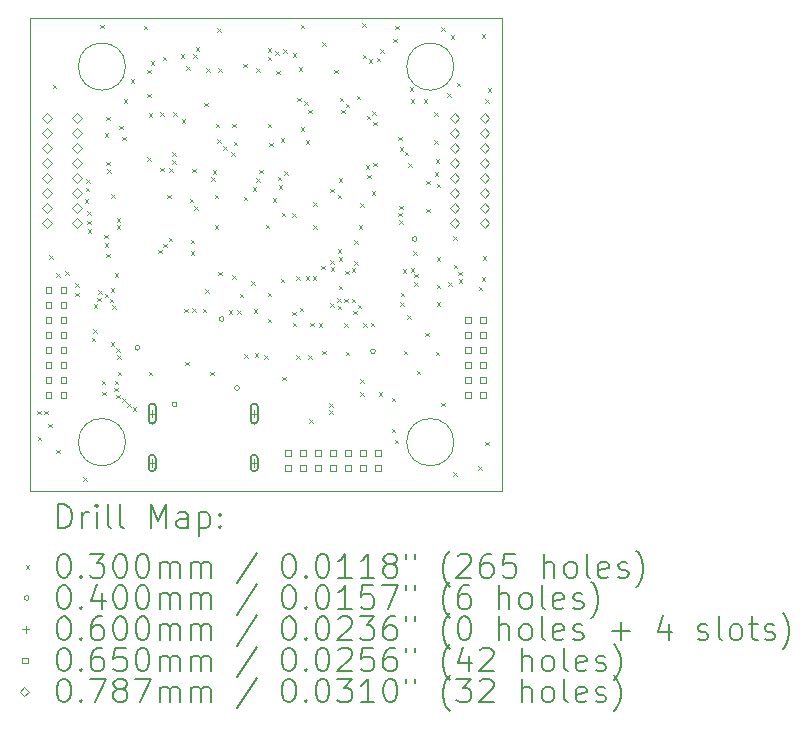
<source format=gbr>
%TF.GenerationSoftware,KiCad,Pcbnew,7.0.2*%
%TF.CreationDate,2023-07-30T21:57:49-04:00*%
%TF.ProjectId,OBC-Flight,4f42432d-466c-4696-9768-742e6b696361,rev?*%
%TF.SameCoordinates,Original*%
%TF.FileFunction,Drillmap*%
%TF.FilePolarity,Positive*%
%FSLAX45Y45*%
G04 Gerber Fmt 4.5, Leading zero omitted, Abs format (unit mm)*
G04 Created by KiCad (PCBNEW 7.0.2) date 2023-07-30 21:57:49*
%MOMM*%
%LPD*%
G01*
G04 APERTURE LIST*
%ADD10C,0.100000*%
%ADD11C,0.200000*%
%ADD12C,0.030000*%
%ADD13C,0.040000*%
%ADD14C,0.060000*%
%ADD15C,0.065000*%
%ADD16C,0.078700*%
G04 APERTURE END LIST*
D10*
X3630000Y-2740000D02*
G75*
G03*
X3630000Y-2740000I-200000J0D01*
G01*
X3630000Y-5920000D02*
G75*
G03*
X3630000Y-5920000I-200000J0D01*
G01*
X6410000Y-2740000D02*
G75*
G03*
X6410000Y-2740000I-200000J0D01*
G01*
X2818000Y-6330000D02*
X6818000Y-6330000D01*
X6410000Y-5920000D02*
G75*
G03*
X6410000Y-5920000I-200000J0D01*
G01*
X2818000Y-6330000D02*
X2818000Y-2330000D01*
X6818000Y-2330000D02*
X2818000Y-2330000D01*
X6818000Y-6330000D02*
X6818000Y-2330000D01*
D11*
D12*
X2883316Y-5654876D02*
X2913316Y-5684876D01*
X2913316Y-5654876D02*
X2883316Y-5684876D01*
X2885000Y-5875000D02*
X2915000Y-5905000D01*
X2915000Y-5875000D02*
X2885000Y-5905000D01*
X2943253Y-5652363D02*
X2973253Y-5682363D01*
X2973253Y-5652363D02*
X2943253Y-5682363D01*
X2975000Y-5765000D02*
X3005000Y-5795000D01*
X3005000Y-5765000D02*
X2975000Y-5795000D01*
X2985000Y-4335000D02*
X3015000Y-4365000D01*
X3015000Y-4335000D02*
X2985000Y-4365000D01*
X3015000Y-2895000D02*
X3045000Y-2925000D01*
X3045000Y-2895000D02*
X3015000Y-2925000D01*
X3044098Y-4488608D02*
X3074098Y-4518608D01*
X3074098Y-4488608D02*
X3044098Y-4518608D01*
X3045000Y-5985000D02*
X3075000Y-6015000D01*
X3075000Y-5985000D02*
X3045000Y-6015000D01*
X3120484Y-4472028D02*
X3150484Y-4502028D01*
X3150484Y-4472028D02*
X3120484Y-4502028D01*
X3205000Y-4575000D02*
X3235000Y-4605000D01*
X3235000Y-4575000D02*
X3205000Y-4605000D01*
X3205000Y-4655000D02*
X3235000Y-4685000D01*
X3235000Y-4655000D02*
X3205000Y-4685000D01*
X3270000Y-6215000D02*
X3300000Y-6245000D01*
X3300000Y-6215000D02*
X3270000Y-6245000D01*
X3285000Y-3865000D02*
X3315000Y-3895000D01*
X3315000Y-3865000D02*
X3285000Y-3895000D01*
X3294550Y-3765000D02*
X3324550Y-3795000D01*
X3324550Y-3765000D02*
X3294550Y-3795000D01*
X3295000Y-3695000D02*
X3325000Y-3725000D01*
X3325000Y-3695000D02*
X3295000Y-3725000D01*
X3305000Y-3965000D02*
X3335000Y-3995000D01*
X3335000Y-3965000D02*
X3305000Y-3995000D01*
X3305000Y-4045000D02*
X3335000Y-4075000D01*
X3335000Y-4045000D02*
X3305000Y-4075000D01*
X3308390Y-4118390D02*
X3338390Y-4148390D01*
X3338390Y-4118390D02*
X3308390Y-4148390D01*
X3345000Y-5035000D02*
X3375000Y-5065000D01*
X3375000Y-5035000D02*
X3345000Y-5065000D01*
X3355000Y-4965000D02*
X3385000Y-4995000D01*
X3385000Y-4965000D02*
X3355000Y-4995000D01*
X3359900Y-4750000D02*
X3389900Y-4780000D01*
X3389900Y-4750000D02*
X3359900Y-4780000D01*
X3389529Y-4697883D02*
X3419529Y-4727883D01*
X3419529Y-4697883D02*
X3389529Y-4727883D01*
X3399850Y-4633240D02*
X3429850Y-4663240D01*
X3429850Y-4633240D02*
X3399850Y-4663240D01*
X3415000Y-2385000D02*
X3445000Y-2415000D01*
X3445000Y-2385000D02*
X3415000Y-2415000D01*
X3428069Y-5401051D02*
X3458069Y-5431051D01*
X3458069Y-5401051D02*
X3428069Y-5431051D01*
X3430403Y-5490951D02*
X3460403Y-5520951D01*
X3460403Y-5490951D02*
X3430403Y-5520951D01*
X3449900Y-4165000D02*
X3479900Y-4195000D01*
X3479900Y-4165000D02*
X3449900Y-4195000D01*
X3451949Y-4662900D02*
X3481949Y-4692900D01*
X3481949Y-4662900D02*
X3451949Y-4692900D01*
X3455000Y-3305000D02*
X3485000Y-3335000D01*
X3485000Y-3305000D02*
X3455000Y-3335000D01*
X3455000Y-4235000D02*
X3485000Y-4265000D01*
X3485000Y-4235000D02*
X3455000Y-4265000D01*
X3465000Y-3545000D02*
X3495000Y-3575000D01*
X3495000Y-3545000D02*
X3465000Y-3575000D01*
X3465000Y-4325000D02*
X3495000Y-4355000D01*
X3495000Y-4325000D02*
X3465000Y-4355000D01*
X3465816Y-3164184D02*
X3495816Y-3194184D01*
X3495816Y-3164184D02*
X3465816Y-3194184D01*
X3473094Y-3606906D02*
X3503094Y-3636906D01*
X3503094Y-3606906D02*
X3473094Y-3636906D01*
X3495710Y-4706748D02*
X3525710Y-4736748D01*
X3525710Y-4706748D02*
X3495710Y-4736748D01*
X3502652Y-4615235D02*
X3532652Y-4645235D01*
X3532652Y-4615235D02*
X3502652Y-4645235D01*
X3505000Y-5075000D02*
X3535000Y-5105000D01*
X3535000Y-5075000D02*
X3505000Y-5105000D01*
X3508747Y-3819735D02*
X3538747Y-3849735D01*
X3538747Y-3819735D02*
X3508747Y-3849735D01*
X3519401Y-4761819D02*
X3549401Y-4791819D01*
X3549401Y-4761819D02*
X3519401Y-4791819D01*
X3535857Y-5460568D02*
X3565857Y-5490568D01*
X3565857Y-5460568D02*
X3535857Y-5490568D01*
X3537307Y-4489900D02*
X3567307Y-4519900D01*
X3567307Y-4489900D02*
X3537307Y-4519900D01*
X3538902Y-5400043D02*
X3568902Y-5430043D01*
X3568902Y-5400043D02*
X3538902Y-5430043D01*
X3550161Y-5518786D02*
X3580161Y-5548786D01*
X3580161Y-5518786D02*
X3550161Y-5548786D01*
X3553167Y-5122326D02*
X3583167Y-5152326D01*
X3583167Y-5122326D02*
X3553167Y-5152326D01*
X3555000Y-4025000D02*
X3585000Y-4055000D01*
X3585000Y-4025000D02*
X3555000Y-4055000D01*
X3555000Y-4085000D02*
X3585000Y-4115000D01*
X3585000Y-4085000D02*
X3555000Y-4115000D01*
X3560166Y-5181866D02*
X3590166Y-5211866D01*
X3590166Y-5181866D02*
X3560166Y-5211866D01*
X3565000Y-5325000D02*
X3595000Y-5355000D01*
X3595000Y-5325000D02*
X3565000Y-5355000D01*
X3578278Y-3239982D02*
X3608278Y-3269982D01*
X3608278Y-3239982D02*
X3578278Y-3269982D01*
X3599950Y-3335000D02*
X3629950Y-3365000D01*
X3629950Y-3335000D02*
X3599950Y-3365000D01*
X3600221Y-5549917D02*
X3630221Y-5579917D01*
X3630221Y-5549917D02*
X3600221Y-5579917D01*
X3615000Y-3015000D02*
X3645000Y-3045000D01*
X3645000Y-3015000D02*
X3615000Y-3045000D01*
X3644574Y-5590252D02*
X3674574Y-5620252D01*
X3674574Y-5590252D02*
X3644574Y-5620252D01*
X3675000Y-2845000D02*
X3705000Y-2875000D01*
X3705000Y-2845000D02*
X3675000Y-2875000D01*
X3692615Y-5626113D02*
X3722615Y-5656113D01*
X3722615Y-5626113D02*
X3692615Y-5656113D01*
X3785000Y-2395000D02*
X3815000Y-2425000D01*
X3815000Y-2395000D02*
X3785000Y-2425000D01*
X3814734Y-2969361D02*
X3844734Y-2999361D01*
X3844734Y-2969361D02*
X3814734Y-2999361D01*
X3815000Y-2765000D02*
X3845000Y-2795000D01*
X3845000Y-2765000D02*
X3815000Y-2795000D01*
X3815756Y-3508450D02*
X3845756Y-3538450D01*
X3845756Y-3508450D02*
X3815756Y-3538450D01*
X3825000Y-3135000D02*
X3855000Y-3165000D01*
X3855000Y-3135000D02*
X3825000Y-3165000D01*
X3825000Y-5325000D02*
X3855000Y-5355000D01*
X3855000Y-5325000D02*
X3825000Y-5355000D01*
X3845000Y-2695000D02*
X3875000Y-2725000D01*
X3875000Y-2695000D02*
X3845000Y-2725000D01*
X3906255Y-4289683D02*
X3936255Y-4319683D01*
X3936255Y-4289683D02*
X3906255Y-4319683D01*
X3925000Y-3125000D02*
X3955000Y-3155000D01*
X3955000Y-3125000D02*
X3925000Y-3155000D01*
X3925000Y-3595000D02*
X3955000Y-3625000D01*
X3955000Y-3595000D02*
X3925000Y-3625000D01*
X3945000Y-2655000D02*
X3975000Y-2685000D01*
X3975000Y-2655000D02*
X3945000Y-2685000D01*
X3951205Y-4241357D02*
X3981205Y-4271357D01*
X3981205Y-4241357D02*
X3951205Y-4271357D01*
X3985000Y-3825000D02*
X4015000Y-3855000D01*
X4015000Y-3825000D02*
X3985000Y-3855000D01*
X3996155Y-4189724D02*
X4026155Y-4219725D01*
X4026155Y-4189724D02*
X3996155Y-4219725D01*
X4000100Y-3602340D02*
X4030100Y-3632340D01*
X4030100Y-3602340D02*
X4000100Y-3632340D01*
X4025000Y-3465000D02*
X4055000Y-3495000D01*
X4055000Y-3465000D02*
X4025000Y-3495000D01*
X4025000Y-3535000D02*
X4055000Y-3565000D01*
X4055000Y-3535000D02*
X4025000Y-3565000D01*
X4035000Y-3125000D02*
X4065000Y-3155000D01*
X4065000Y-3125000D02*
X4035000Y-3155000D01*
X4096050Y-2635000D02*
X4126050Y-2665000D01*
X4126050Y-2635000D02*
X4096050Y-2665000D01*
X4105000Y-3185000D02*
X4135000Y-3215000D01*
X4135000Y-3185000D02*
X4105000Y-3215000D01*
X4125984Y-4789900D02*
X4155984Y-4819900D01*
X4155984Y-4789900D02*
X4125984Y-4819900D01*
X4136466Y-5240035D02*
X4166466Y-5270035D01*
X4166466Y-5240035D02*
X4136466Y-5270035D01*
X4145000Y-2735000D02*
X4175000Y-2765000D01*
X4175000Y-2735000D02*
X4145000Y-2765000D01*
X4175000Y-3860000D02*
X4205000Y-3890000D01*
X4205000Y-3860000D02*
X4175000Y-3890000D01*
X4180100Y-4205000D02*
X4210100Y-4235000D01*
X4210100Y-4205000D02*
X4180100Y-4235000D01*
X4180100Y-4303251D02*
X4210100Y-4333251D01*
X4210100Y-4303251D02*
X4180100Y-4333251D01*
X4195000Y-3605000D02*
X4225000Y-3635000D01*
X4225000Y-3605000D02*
X4195000Y-3635000D01*
X4195000Y-4785000D02*
X4225000Y-4815000D01*
X4225000Y-4785000D02*
X4195000Y-4815000D01*
X4205000Y-2635000D02*
X4235000Y-2665000D01*
X4235000Y-2635000D02*
X4205000Y-2665000D01*
X4212934Y-3920050D02*
X4242934Y-3950050D01*
X4242934Y-3920050D02*
X4212934Y-3950050D01*
X4225000Y-2575000D02*
X4255000Y-2605000D01*
X4255000Y-2575000D02*
X4225000Y-2605000D01*
X4285000Y-4789900D02*
X4315000Y-4819900D01*
X4315000Y-4789900D02*
X4285000Y-4819900D01*
X4295000Y-3045000D02*
X4325000Y-3075000D01*
X4325000Y-3045000D02*
X4295000Y-3075000D01*
X4305000Y-4625000D02*
X4335000Y-4655000D01*
X4335000Y-4625000D02*
X4305000Y-4655000D01*
X4315000Y-2755000D02*
X4345000Y-2785000D01*
X4345000Y-2755000D02*
X4315000Y-2785000D01*
X4345000Y-5325000D02*
X4375000Y-5355000D01*
X4375000Y-5325000D02*
X4345000Y-5355000D01*
X4355000Y-3675000D02*
X4385000Y-3705000D01*
X4385000Y-3675000D02*
X4355000Y-3705000D01*
X4367900Y-3616454D02*
X4397900Y-3646454D01*
X4397900Y-3616454D02*
X4367900Y-3646454D01*
X4385000Y-3825000D02*
X4415000Y-3855000D01*
X4415000Y-3825000D02*
X4385000Y-3855000D01*
X4385000Y-4085000D02*
X4415000Y-4115000D01*
X4415000Y-4085000D02*
X4385000Y-4115000D01*
X4395000Y-3225000D02*
X4425000Y-3255000D01*
X4425000Y-3225000D02*
X4395000Y-3255000D01*
X4405000Y-2415000D02*
X4435000Y-2445000D01*
X4435000Y-2415000D02*
X4405000Y-2445000D01*
X4405000Y-3355000D02*
X4435000Y-3385000D01*
X4435000Y-3355000D02*
X4405000Y-3385000D01*
X4415000Y-2755000D02*
X4445000Y-2785000D01*
X4445000Y-2755000D02*
X4415000Y-2785000D01*
X4415000Y-4475000D02*
X4445000Y-4505000D01*
X4445000Y-4475000D02*
X4415000Y-4505000D01*
X4455000Y-3415000D02*
X4485000Y-3445000D01*
X4485000Y-3415000D02*
X4455000Y-3445000D01*
X4505000Y-4805000D02*
X4535000Y-4835000D01*
X4535000Y-4805000D02*
X4505000Y-4835000D01*
X4525000Y-3465000D02*
X4555000Y-3495000D01*
X4555000Y-3465000D02*
X4525000Y-3495000D01*
X4535000Y-3225000D02*
X4565000Y-3255000D01*
X4565000Y-3225000D02*
X4535000Y-3255000D01*
X4535000Y-4505000D02*
X4565000Y-4535000D01*
X4565000Y-4505000D02*
X4535000Y-4535000D01*
X4545000Y-3375000D02*
X4575000Y-3405000D01*
X4575000Y-3375000D02*
X4545000Y-3405000D01*
X4575000Y-4805000D02*
X4605000Y-4835000D01*
X4605000Y-4805000D02*
X4575000Y-4835000D01*
X4595000Y-4665000D02*
X4625000Y-4695000D01*
X4625000Y-4665000D02*
X4595000Y-4695000D01*
X4625000Y-2715000D02*
X4655000Y-2745000D01*
X4655000Y-2715000D02*
X4625000Y-2745000D01*
X4629254Y-3840100D02*
X4659254Y-3870100D01*
X4659254Y-3840100D02*
X4629254Y-3870100D01*
X4635000Y-5175000D02*
X4665000Y-5205000D01*
X4665000Y-5175000D02*
X4635000Y-5205000D01*
X4695000Y-4555000D02*
X4725000Y-4585000D01*
X4725000Y-4555000D02*
X4695000Y-4585000D01*
X4705944Y-3760416D02*
X4735944Y-3790416D01*
X4735944Y-3760416D02*
X4705944Y-3790416D01*
X4715000Y-4795000D02*
X4745000Y-4825000D01*
X4745000Y-4795000D02*
X4715000Y-4825000D01*
X4725000Y-5165000D02*
X4755000Y-5195000D01*
X4755000Y-5165000D02*
X4725000Y-5195000D01*
X4735000Y-2755000D02*
X4765000Y-2785000D01*
X4765000Y-2755000D02*
X4735000Y-2785000D01*
X4735000Y-3685000D02*
X4765000Y-3715000D01*
X4765000Y-3685000D02*
X4735000Y-3715000D01*
X4759950Y-3612738D02*
X4789950Y-3642738D01*
X4789950Y-3612738D02*
X4759950Y-3642738D01*
X4805000Y-5185000D02*
X4835000Y-5215000D01*
X4835000Y-5185000D02*
X4805000Y-5215000D01*
X4815000Y-4079950D02*
X4845000Y-4109950D01*
X4845000Y-4079950D02*
X4815000Y-4109950D01*
X4835000Y-2585000D02*
X4865000Y-2615000D01*
X4865000Y-2585000D02*
X4835000Y-2615000D01*
X4835000Y-2655000D02*
X4865000Y-2685000D01*
X4865000Y-2655000D02*
X4835000Y-2685000D01*
X4835000Y-3225000D02*
X4865000Y-3255000D01*
X4865000Y-3225000D02*
X4835000Y-3255000D01*
X4835000Y-4655000D02*
X4865000Y-4685000D01*
X4865000Y-4655000D02*
X4835000Y-4685000D01*
X4835000Y-4875000D02*
X4865000Y-4905000D01*
X4865000Y-4875000D02*
X4835000Y-4905000D01*
X4845000Y-3385000D02*
X4875000Y-3415000D01*
X4875000Y-3385000D02*
X4845000Y-3415000D01*
X4875000Y-3855000D02*
X4905000Y-3885000D01*
X4905000Y-3855000D02*
X4875000Y-3885000D01*
X4895902Y-2611392D02*
X4925902Y-2641392D01*
X4925902Y-2611392D02*
X4895902Y-2641392D01*
X4905000Y-2775000D02*
X4935000Y-2805000D01*
X4935000Y-2775000D02*
X4905000Y-2805000D01*
X4919274Y-3674224D02*
X4949274Y-3704224D01*
X4949274Y-3674224D02*
X4919274Y-3704224D01*
X4925000Y-3745000D02*
X4955000Y-3775000D01*
X4955000Y-3745000D02*
X4925000Y-3775000D01*
X4945000Y-3345000D02*
X4975000Y-3375000D01*
X4975000Y-3345000D02*
X4945000Y-3375000D01*
X4945000Y-4535000D02*
X4975000Y-4565000D01*
X4975000Y-4535000D02*
X4945000Y-4565000D01*
X4952901Y-3977973D02*
X4982901Y-4007973D01*
X4982901Y-3977973D02*
X4952901Y-4007973D01*
X4955000Y-5365000D02*
X4985000Y-5395000D01*
X4985000Y-5365000D02*
X4955000Y-5395000D01*
X4965000Y-2595000D02*
X4995000Y-2625000D01*
X4995000Y-2595000D02*
X4965000Y-2625000D01*
X4975000Y-3625000D02*
X5005000Y-3655000D01*
X5005000Y-3625000D02*
X4975000Y-3655000D01*
X5042243Y-4816835D02*
X5072243Y-4846835D01*
X5072243Y-4816835D02*
X5042243Y-4846835D01*
X5042933Y-3980050D02*
X5072933Y-4010050D01*
X5072933Y-3980050D02*
X5042933Y-4010050D01*
X5045000Y-2625000D02*
X5075000Y-2655000D01*
X5075000Y-2625000D02*
X5045000Y-2655000D01*
X5045000Y-4910100D02*
X5075000Y-4940100D01*
X5075000Y-4910100D02*
X5045000Y-4940100D01*
X5075000Y-4515000D02*
X5105000Y-4545000D01*
X5105000Y-4515000D02*
X5075000Y-4545000D01*
X5075000Y-5185000D02*
X5105000Y-5215000D01*
X5105000Y-5185000D02*
X5075000Y-5215000D01*
X5085000Y-3005000D02*
X5115000Y-3035000D01*
X5115000Y-3005000D02*
X5085000Y-3035000D01*
X5095000Y-2745000D02*
X5125000Y-2775000D01*
X5125000Y-2745000D02*
X5095000Y-2775000D01*
X5104427Y-4781498D02*
X5134427Y-4811498D01*
X5134427Y-4781498D02*
X5104427Y-4811498D01*
X5115000Y-2385000D02*
X5145000Y-2415000D01*
X5145000Y-2385000D02*
X5115000Y-2415000D01*
X5115000Y-3255000D02*
X5145000Y-3285000D01*
X5145000Y-3255000D02*
X5115000Y-3285000D01*
X5145000Y-3035000D02*
X5175000Y-3065000D01*
X5175000Y-3035000D02*
X5145000Y-3065000D01*
X5155000Y-3365000D02*
X5185000Y-3395000D01*
X5185000Y-3365000D02*
X5155000Y-3395000D01*
X5155000Y-4515000D02*
X5185000Y-4545000D01*
X5185000Y-4515000D02*
X5155000Y-4545000D01*
X5175000Y-3105000D02*
X5205000Y-3135000D01*
X5205000Y-3105000D02*
X5175000Y-3135000D01*
X5175000Y-5185000D02*
X5205000Y-5215000D01*
X5205000Y-5185000D02*
X5175000Y-5215000D01*
X5185000Y-5725000D02*
X5215000Y-5755000D01*
X5215000Y-5725000D02*
X5185000Y-5755000D01*
X5195000Y-4910100D02*
X5225000Y-4940100D01*
X5225000Y-4910100D02*
X5195000Y-4940100D01*
X5215000Y-4515000D02*
X5245000Y-4545000D01*
X5245000Y-4515000D02*
X5215000Y-4545000D01*
X5219950Y-3889838D02*
X5249950Y-3919838D01*
X5249950Y-3889838D02*
X5219950Y-3919838D01*
X5220050Y-4085000D02*
X5250050Y-4115000D01*
X5250050Y-4085000D02*
X5220050Y-4115000D01*
X5265000Y-4913830D02*
X5295000Y-4943830D01*
X5295000Y-4913830D02*
X5265000Y-4943830D01*
X5285000Y-4425000D02*
X5315000Y-4455000D01*
X5315000Y-4425000D02*
X5285000Y-4455000D01*
X5295000Y-2535000D02*
X5325000Y-2565000D01*
X5325000Y-2535000D02*
X5295000Y-2565000D01*
X5295000Y-5145000D02*
X5325000Y-5175000D01*
X5325000Y-5145000D02*
X5295000Y-5175000D01*
X5354016Y-5589950D02*
X5384016Y-5619950D01*
X5384016Y-5589950D02*
X5354016Y-5619950D01*
X5355082Y-5649891D02*
X5385082Y-5679891D01*
X5385082Y-5649891D02*
X5355082Y-5679891D01*
X5365000Y-3775000D02*
X5395000Y-3805000D01*
X5395000Y-3775000D02*
X5365000Y-3805000D01*
X5365000Y-4378660D02*
X5395000Y-4408660D01*
X5395000Y-4378660D02*
X5365000Y-4408660D01*
X5365000Y-4745000D02*
X5395000Y-4775000D01*
X5395000Y-4745000D02*
X5365000Y-4775000D01*
X5367209Y-4438569D02*
X5397209Y-4468569D01*
X5397209Y-4438569D02*
X5367209Y-4468569D01*
X5395000Y-2765000D02*
X5425000Y-2795000D01*
X5425000Y-2765000D02*
X5395000Y-2795000D01*
X5421749Y-4701749D02*
X5451749Y-4731749D01*
X5451749Y-4701749D02*
X5421749Y-4731749D01*
X5425000Y-3825000D02*
X5455000Y-3855000D01*
X5455000Y-3825000D02*
X5425000Y-3855000D01*
X5425000Y-4285000D02*
X5455000Y-4315000D01*
X5455000Y-4285000D02*
X5425000Y-4315000D01*
X5425000Y-4765000D02*
X5455000Y-4795000D01*
X5455000Y-4765000D02*
X5425000Y-4795000D01*
X5435000Y-3685000D02*
X5465000Y-3715000D01*
X5465000Y-3685000D02*
X5435000Y-3715000D01*
X5435000Y-4355000D02*
X5465000Y-4385000D01*
X5465000Y-4355000D02*
X5435000Y-4385000D01*
X5435000Y-4595000D02*
X5465000Y-4625000D01*
X5465000Y-4595000D02*
X5435000Y-4625000D01*
X5445000Y-3005000D02*
X5475000Y-3035000D01*
X5475000Y-3005000D02*
X5445000Y-3035000D01*
X5455000Y-3105000D02*
X5485000Y-3135000D01*
X5485000Y-3105000D02*
X5455000Y-3135000D01*
X5481582Y-4705503D02*
X5511582Y-4735503D01*
X5511582Y-4705503D02*
X5481582Y-4735503D01*
X5482761Y-4912642D02*
X5512761Y-4942642D01*
X5512761Y-4912642D02*
X5482761Y-4942642D01*
X5489338Y-4467265D02*
X5519338Y-4497265D01*
X5519338Y-4467265D02*
X5489338Y-4497265D01*
X5495000Y-3055000D02*
X5525000Y-3085000D01*
X5525000Y-3055000D02*
X5495000Y-3085000D01*
X5495000Y-5154148D02*
X5525000Y-5184148D01*
X5525000Y-5154148D02*
X5495000Y-5184148D01*
X5545000Y-4445000D02*
X5575000Y-4475000D01*
X5575000Y-4445000D02*
X5545000Y-4475000D01*
X5545327Y-4705327D02*
X5575327Y-4735327D01*
X5575327Y-4705327D02*
X5545327Y-4735327D01*
X5558251Y-4808251D02*
X5588251Y-4838251D01*
X5588251Y-4808251D02*
X5558251Y-4838251D01*
X5564000Y-4209569D02*
X5594000Y-4239569D01*
X5594000Y-4209569D02*
X5564000Y-4239569D01*
X5566757Y-4386214D02*
X5596757Y-4416214D01*
X5596757Y-4386214D02*
X5566757Y-4416214D01*
X5588251Y-2988251D02*
X5618251Y-3018251D01*
X5618251Y-2988251D02*
X5588251Y-3018251D01*
X5595000Y-4755000D02*
X5625000Y-4785000D01*
X5625000Y-4755000D02*
X5595000Y-4785000D01*
X5605000Y-4085000D02*
X5635000Y-4115000D01*
X5635000Y-4085000D02*
X5605000Y-4115000D01*
X5615000Y-3895000D02*
X5645000Y-3925000D01*
X5645000Y-3895000D02*
X5615000Y-3925000D01*
X5615000Y-5385000D02*
X5645000Y-5415000D01*
X5645000Y-5385000D02*
X5615000Y-5415000D01*
X5615000Y-5495000D02*
X5645000Y-5525000D01*
X5645000Y-5495000D02*
X5615000Y-5525000D01*
X5635000Y-2375000D02*
X5665000Y-2405000D01*
X5665000Y-2375000D02*
X5635000Y-2405000D01*
X5639950Y-2639950D02*
X5669950Y-2669950D01*
X5669950Y-2639950D02*
X5639950Y-2669950D01*
X5642095Y-4913830D02*
X5672095Y-4943830D01*
X5672095Y-4913830D02*
X5642095Y-4943830D01*
X5665000Y-3575000D02*
X5695000Y-3605000D01*
X5695000Y-3575000D02*
X5665000Y-3605000D01*
X5673317Y-3156554D02*
X5703317Y-3186554D01*
X5703317Y-3156554D02*
X5673317Y-3186554D01*
X5675000Y-3655000D02*
X5705000Y-3685000D01*
X5705000Y-3655000D02*
X5675000Y-3685000D01*
X5687266Y-2676763D02*
X5717266Y-2706763D01*
X5717266Y-2676763D02*
X5687266Y-2706763D01*
X5705000Y-4909950D02*
X5735000Y-4939950D01*
X5735000Y-4909950D02*
X5705000Y-4939950D01*
X5715000Y-3795000D02*
X5745000Y-3825000D01*
X5745000Y-3795000D02*
X5715000Y-3825000D01*
X5717360Y-3115881D02*
X5747360Y-3145881D01*
X5747360Y-3115881D02*
X5717360Y-3145881D01*
X5725000Y-3205000D02*
X5755000Y-3235000D01*
X5755000Y-3205000D02*
X5725000Y-3235000D01*
X5726673Y-3555506D02*
X5756673Y-3585506D01*
X5756673Y-3555506D02*
X5726673Y-3585506D01*
X5755000Y-2665000D02*
X5785000Y-2695000D01*
X5785000Y-2665000D02*
X5755000Y-2695000D01*
X5775000Y-5495000D02*
X5805000Y-5525000D01*
X5805000Y-5495000D02*
X5775000Y-5525000D01*
X5785000Y-2595000D02*
X5815000Y-2625000D01*
X5815000Y-2595000D02*
X5785000Y-2625000D01*
X5885000Y-5545000D02*
X5915000Y-5575000D01*
X5915000Y-5545000D02*
X5885000Y-5575000D01*
X5885000Y-5805000D02*
X5915000Y-5835000D01*
X5915000Y-5805000D02*
X5885000Y-5835000D01*
X5895000Y-2505000D02*
X5925000Y-2535000D01*
X5925000Y-2505000D02*
X5895000Y-2535000D01*
X5910050Y-5899740D02*
X5940050Y-5929740D01*
X5940050Y-5899740D02*
X5910050Y-5929740D01*
X5915000Y-2395000D02*
X5945000Y-2425000D01*
X5945000Y-2395000D02*
X5915000Y-2425000D01*
X5937873Y-3978870D02*
X5967873Y-4008870D01*
X5967873Y-3978870D02*
X5937873Y-4008870D01*
X5940100Y-3335000D02*
X5970100Y-3365000D01*
X5970100Y-3335000D02*
X5940100Y-3365000D01*
X5946884Y-4040981D02*
X5976884Y-4070981D01*
X5976884Y-4040981D02*
X5946884Y-4070981D01*
X5947157Y-3919643D02*
X5977157Y-3949643D01*
X5977157Y-3919643D02*
X5947157Y-3949643D01*
X5949669Y-3422277D02*
X5979669Y-3452277D01*
X5979669Y-3422277D02*
X5949669Y-3452277D01*
X5955000Y-4735000D02*
X5985000Y-4765000D01*
X5985000Y-4735000D02*
X5955000Y-4765000D01*
X5960100Y-4655000D02*
X5990100Y-4685000D01*
X5990100Y-4655000D02*
X5960100Y-4685000D01*
X5975000Y-4455000D02*
X6005000Y-4485000D01*
X6005000Y-4455000D02*
X5975000Y-4485000D01*
X5985000Y-5145000D02*
X6015000Y-5175000D01*
X6015000Y-5145000D02*
X5985000Y-5175000D01*
X5995458Y-3460973D02*
X6025458Y-3490973D01*
X6025458Y-3460973D02*
X5995458Y-3490973D01*
X6015000Y-4845000D02*
X6045000Y-4875000D01*
X6045000Y-4845000D02*
X6015000Y-4875000D01*
X6024309Y-3559259D02*
X6054309Y-3589259D01*
X6054309Y-3559259D02*
X6024309Y-3589259D01*
X6035000Y-2915000D02*
X6065000Y-2945000D01*
X6065000Y-2915000D02*
X6035000Y-2945000D01*
X6045000Y-3015000D02*
X6075000Y-3045000D01*
X6075000Y-3015000D02*
X6045000Y-3045000D01*
X6045000Y-4445000D02*
X6075000Y-4475000D01*
X6075000Y-4445000D02*
X6045000Y-4475000D01*
X6065000Y-4305000D02*
X6095000Y-4335000D01*
X6095000Y-4305000D02*
X6065000Y-4335000D01*
X6075000Y-4495000D02*
X6105000Y-4525000D01*
X6105000Y-4495000D02*
X6075000Y-4525000D01*
X6075000Y-4565000D02*
X6105000Y-4595000D01*
X6105000Y-4565000D02*
X6075000Y-4595000D01*
X6095000Y-5315000D02*
X6125000Y-5345000D01*
X6125000Y-5315000D02*
X6095000Y-5345000D01*
X6155000Y-3015000D02*
X6185000Y-3045000D01*
X6185000Y-3015000D02*
X6155000Y-3045000D01*
X6165000Y-4995000D02*
X6195000Y-5025000D01*
X6195000Y-4995000D02*
X6165000Y-5025000D01*
X6174151Y-3704871D02*
X6204151Y-3734871D01*
X6204151Y-3704871D02*
X6174151Y-3734871D01*
X6175000Y-3945000D02*
X6205000Y-3975000D01*
X6205000Y-3945000D02*
X6175000Y-3975000D01*
X6245000Y-3125000D02*
X6275000Y-3155000D01*
X6275000Y-3125000D02*
X6245000Y-3155000D01*
X6245000Y-3365000D02*
X6275000Y-3395000D01*
X6275000Y-3365000D02*
X6245000Y-3395000D01*
X6246200Y-3635000D02*
X6276200Y-3665000D01*
X6276200Y-3635000D02*
X6246200Y-3665000D01*
X6255000Y-3525000D02*
X6285000Y-3555000D01*
X6285000Y-3525000D02*
X6255000Y-3555000D01*
X6255000Y-5155000D02*
X6285000Y-5185000D01*
X6285000Y-5155000D02*
X6255000Y-5185000D01*
X6263543Y-3730229D02*
X6293543Y-3760229D01*
X6293543Y-3730229D02*
X6263543Y-3760229D01*
X6265000Y-4355000D02*
X6295000Y-4385000D01*
X6295000Y-4355000D02*
X6265000Y-4385000D01*
X6265000Y-4585000D02*
X6295000Y-4615000D01*
X6295000Y-4585000D02*
X6265000Y-4615000D01*
X6265000Y-4735000D02*
X6295000Y-4765000D01*
X6295000Y-4735000D02*
X6265000Y-4765000D01*
X6305000Y-2405000D02*
X6335000Y-2435000D01*
X6335000Y-2405000D02*
X6305000Y-2435000D01*
X6305000Y-5585000D02*
X6335000Y-5615000D01*
X6335000Y-5585000D02*
X6305000Y-5615000D01*
X6355000Y-2965000D02*
X6385000Y-2995000D01*
X6385000Y-2965000D02*
X6355000Y-2995000D01*
X6359950Y-4566785D02*
X6389950Y-4596785D01*
X6389950Y-4566785D02*
X6359950Y-4596785D01*
X6385000Y-2475000D02*
X6415000Y-2505000D01*
X6415000Y-2475000D02*
X6385000Y-2505000D01*
X6405000Y-4175155D02*
X6435000Y-4205155D01*
X6435000Y-4175155D02*
X6405000Y-4205155D01*
X6405000Y-6175000D02*
X6435000Y-6205000D01*
X6435000Y-6175000D02*
X6405000Y-6205000D01*
X6410150Y-4416082D02*
X6440150Y-4446082D01*
X6440150Y-4416082D02*
X6410150Y-4446082D01*
X6435000Y-2875000D02*
X6465000Y-2905000D01*
X6465000Y-2875000D02*
X6435000Y-2905000D01*
X6445000Y-4475000D02*
X6475000Y-4505000D01*
X6475000Y-4475000D02*
X6445000Y-4505000D01*
X6450150Y-4542565D02*
X6480150Y-4572565D01*
X6480150Y-4542565D02*
X6450150Y-4572565D01*
X6615000Y-6125000D02*
X6645000Y-6155000D01*
X6645000Y-6125000D02*
X6615000Y-6155000D01*
X6620100Y-4605000D02*
X6650100Y-4635000D01*
X6650100Y-4605000D02*
X6620100Y-4635000D01*
X6645000Y-2465000D02*
X6675000Y-2495000D01*
X6675000Y-2465000D02*
X6645000Y-2495000D01*
X6645000Y-4525000D02*
X6675000Y-4555000D01*
X6675000Y-4525000D02*
X6645000Y-4555000D01*
X6655000Y-4345000D02*
X6685000Y-4375000D01*
X6685000Y-4345000D02*
X6655000Y-4375000D01*
X6675000Y-3015000D02*
X6705000Y-3045000D01*
X6705000Y-3015000D02*
X6675000Y-3045000D01*
X6675000Y-5915000D02*
X6705000Y-5945000D01*
X6705000Y-5915000D02*
X6675000Y-5945000D01*
X6695000Y-2925000D02*
X6725000Y-2955000D01*
X6725000Y-2925000D02*
X6695000Y-2955000D01*
D13*
X3749950Y-5120050D02*
G75*
G03*
X3749950Y-5120050I-20000J0D01*
G01*
X4065000Y-5600050D02*
G75*
G03*
X4065000Y-5600050I-20000J0D01*
G01*
X4462949Y-4877158D02*
G75*
G03*
X4462949Y-4877158I-20000J0D01*
G01*
X4592820Y-5462180D02*
G75*
G03*
X4592820Y-5462180I-20000J0D01*
G01*
X5745000Y-5150000D02*
G75*
G03*
X5745000Y-5150000I-20000J0D01*
G01*
X6097328Y-4199950D02*
G75*
G03*
X6097328Y-4199950I-20000J0D01*
G01*
D14*
X3856000Y-5648500D02*
X3856000Y-5708500D01*
X3826000Y-5678500D02*
X3886000Y-5678500D01*
D11*
X3826000Y-5623500D02*
X3826000Y-5733500D01*
X3826000Y-5733500D02*
G75*
G03*
X3886000Y-5733500I30000J0D01*
G01*
X3886000Y-5733500D02*
X3886000Y-5623500D01*
X3886000Y-5623500D02*
G75*
G03*
X3826000Y-5623500I-30000J0D01*
G01*
D14*
X3856000Y-6066500D02*
X3856000Y-6126500D01*
X3826000Y-6096500D02*
X3886000Y-6096500D01*
D11*
X3826000Y-6056500D02*
X3826000Y-6136500D01*
X3826000Y-6136500D02*
G75*
G03*
X3886000Y-6136500I30000J0D01*
G01*
X3886000Y-6136500D02*
X3886000Y-6056500D01*
X3886000Y-6056500D02*
G75*
G03*
X3826000Y-6056500I-30000J0D01*
G01*
D14*
X4720000Y-5648500D02*
X4720000Y-5708500D01*
X4690000Y-5678500D02*
X4750000Y-5678500D01*
D11*
X4690000Y-5623500D02*
X4690000Y-5733500D01*
X4690000Y-5733500D02*
G75*
G03*
X4750000Y-5733500I30000J0D01*
G01*
X4750000Y-5733500D02*
X4750000Y-5623500D01*
X4750000Y-5623500D02*
G75*
G03*
X4690000Y-5623500I-30000J0D01*
G01*
D14*
X4720000Y-6066500D02*
X4720000Y-6126500D01*
X4690000Y-6096500D02*
X4750000Y-6096500D01*
D11*
X4690000Y-6056500D02*
X4690000Y-6136500D01*
X4690000Y-6136500D02*
G75*
G03*
X4750000Y-6136500I30000J0D01*
G01*
X4750000Y-6136500D02*
X4750000Y-6056500D01*
X4750000Y-6056500D02*
G75*
G03*
X4690000Y-6056500I-30000J0D01*
G01*
D15*
X3000981Y-4653981D02*
X3000981Y-4608019D01*
X2955019Y-4608019D01*
X2955019Y-4653981D01*
X3000981Y-4653981D01*
X3000981Y-4780981D02*
X3000981Y-4735019D01*
X2955019Y-4735019D01*
X2955019Y-4780981D01*
X3000981Y-4780981D01*
X3000981Y-4907981D02*
X3000981Y-4862019D01*
X2955019Y-4862019D01*
X2955019Y-4907981D01*
X3000981Y-4907981D01*
X3000981Y-5034981D02*
X3000981Y-4989019D01*
X2955019Y-4989019D01*
X2955019Y-5034981D01*
X3000981Y-5034981D01*
X3000981Y-5161981D02*
X3000981Y-5116019D01*
X2955019Y-5116019D01*
X2955019Y-5161981D01*
X3000981Y-5161981D01*
X3000981Y-5288981D02*
X3000981Y-5243019D01*
X2955019Y-5243019D01*
X2955019Y-5288981D01*
X3000981Y-5288981D01*
X3000981Y-5415981D02*
X3000981Y-5370019D01*
X2955019Y-5370019D01*
X2955019Y-5415981D01*
X3000981Y-5415981D01*
X3000981Y-5542981D02*
X3000981Y-5497019D01*
X2955019Y-5497019D01*
X2955019Y-5542981D01*
X3000981Y-5542981D01*
X3127981Y-4653981D02*
X3127981Y-4608019D01*
X3082019Y-4608019D01*
X3082019Y-4653981D01*
X3127981Y-4653981D01*
X3127981Y-4780981D02*
X3127981Y-4735019D01*
X3082019Y-4735019D01*
X3082019Y-4780981D01*
X3127981Y-4780981D01*
X3127981Y-4907981D02*
X3127981Y-4862019D01*
X3082019Y-4862019D01*
X3082019Y-4907981D01*
X3127981Y-4907981D01*
X3127981Y-5034981D02*
X3127981Y-4989019D01*
X3082019Y-4989019D01*
X3082019Y-5034981D01*
X3127981Y-5034981D01*
X3127981Y-5161981D02*
X3127981Y-5116019D01*
X3082019Y-5116019D01*
X3082019Y-5161981D01*
X3127981Y-5161981D01*
X3127981Y-5288981D02*
X3127981Y-5243019D01*
X3082019Y-5243019D01*
X3082019Y-5288981D01*
X3127981Y-5288981D01*
X3127981Y-5415981D02*
X3127981Y-5370019D01*
X3082019Y-5370019D01*
X3082019Y-5415981D01*
X3127981Y-5415981D01*
X3127981Y-5542981D02*
X3127981Y-5497019D01*
X3082019Y-5497019D01*
X3082019Y-5542981D01*
X3127981Y-5542981D01*
X5028981Y-6035981D02*
X5028981Y-5990019D01*
X4983019Y-5990019D01*
X4983019Y-6035981D01*
X5028981Y-6035981D01*
X5028981Y-6162981D02*
X5028981Y-6117019D01*
X4983019Y-6117019D01*
X4983019Y-6162981D01*
X5028981Y-6162981D01*
X5155981Y-6035981D02*
X5155981Y-5990019D01*
X5110019Y-5990019D01*
X5110019Y-6035981D01*
X5155981Y-6035981D01*
X5155981Y-6162981D02*
X5155981Y-6117019D01*
X5110019Y-6117019D01*
X5110019Y-6162981D01*
X5155981Y-6162981D01*
X5282981Y-6035981D02*
X5282981Y-5990019D01*
X5237019Y-5990019D01*
X5237019Y-6035981D01*
X5282981Y-6035981D01*
X5282981Y-6162981D02*
X5282981Y-6117019D01*
X5237019Y-6117019D01*
X5237019Y-6162981D01*
X5282981Y-6162981D01*
X5409981Y-6035981D02*
X5409981Y-5990019D01*
X5364019Y-5990019D01*
X5364019Y-6035981D01*
X5409981Y-6035981D01*
X5409981Y-6162981D02*
X5409981Y-6117019D01*
X5364019Y-6117019D01*
X5364019Y-6162981D01*
X5409981Y-6162981D01*
X5536981Y-6035981D02*
X5536981Y-5990019D01*
X5491019Y-5990019D01*
X5491019Y-6035981D01*
X5536981Y-6035981D01*
X5536981Y-6162981D02*
X5536981Y-6117019D01*
X5491019Y-6117019D01*
X5491019Y-6162981D01*
X5536981Y-6162981D01*
X5663981Y-6035981D02*
X5663981Y-5990019D01*
X5618019Y-5990019D01*
X5618019Y-6035981D01*
X5663981Y-6035981D01*
X5663981Y-6162981D02*
X5663981Y-6117019D01*
X5618019Y-6117019D01*
X5618019Y-6162981D01*
X5663981Y-6162981D01*
X5790981Y-6035981D02*
X5790981Y-5990019D01*
X5745019Y-5990019D01*
X5745019Y-6035981D01*
X5790981Y-6035981D01*
X5790981Y-6162981D02*
X5790981Y-6117019D01*
X5745019Y-6117019D01*
X5745019Y-6162981D01*
X5790981Y-6162981D01*
X6553981Y-4907981D02*
X6553981Y-4862019D01*
X6508019Y-4862019D01*
X6508019Y-4907981D01*
X6553981Y-4907981D01*
X6553981Y-5034981D02*
X6553981Y-4989019D01*
X6508019Y-4989019D01*
X6508019Y-5034981D01*
X6553981Y-5034981D01*
X6553981Y-5161981D02*
X6553981Y-5116019D01*
X6508019Y-5116019D01*
X6508019Y-5161981D01*
X6553981Y-5161981D01*
X6553981Y-5288981D02*
X6553981Y-5243019D01*
X6508019Y-5243019D01*
X6508019Y-5288981D01*
X6553981Y-5288981D01*
X6553981Y-5415981D02*
X6553981Y-5370019D01*
X6508019Y-5370019D01*
X6508019Y-5415981D01*
X6553981Y-5415981D01*
X6553981Y-5542981D02*
X6553981Y-5497019D01*
X6508019Y-5497019D01*
X6508019Y-5542981D01*
X6553981Y-5542981D01*
X6680981Y-4907981D02*
X6680981Y-4862019D01*
X6635019Y-4862019D01*
X6635019Y-4907981D01*
X6680981Y-4907981D01*
X6680981Y-5034981D02*
X6680981Y-4989019D01*
X6635019Y-4989019D01*
X6635019Y-5034981D01*
X6680981Y-5034981D01*
X6680981Y-5161981D02*
X6680981Y-5116019D01*
X6635019Y-5116019D01*
X6635019Y-5161981D01*
X6680981Y-5161981D01*
X6680981Y-5288981D02*
X6680981Y-5243019D01*
X6635019Y-5243019D01*
X6635019Y-5288981D01*
X6680981Y-5288981D01*
X6680981Y-5415981D02*
X6680981Y-5370019D01*
X6635019Y-5370019D01*
X6635019Y-5415981D01*
X6680981Y-5415981D01*
X6680981Y-5542981D02*
X6680981Y-5497019D01*
X6635019Y-5497019D01*
X6635019Y-5542981D01*
X6680981Y-5542981D01*
D16*
X2966000Y-3214850D02*
X3005350Y-3175500D01*
X2966000Y-3136150D01*
X2926650Y-3175500D01*
X2966000Y-3214850D01*
X2966000Y-3341850D02*
X3005350Y-3302500D01*
X2966000Y-3263150D01*
X2926650Y-3302500D01*
X2966000Y-3341850D01*
X2966000Y-3468850D02*
X3005350Y-3429500D01*
X2966000Y-3390150D01*
X2926650Y-3429500D01*
X2966000Y-3468850D01*
X2966000Y-3595850D02*
X3005350Y-3556500D01*
X2966000Y-3517150D01*
X2926650Y-3556500D01*
X2966000Y-3595850D01*
X2966000Y-3722850D02*
X3005350Y-3683500D01*
X2966000Y-3644150D01*
X2926650Y-3683500D01*
X2966000Y-3722850D01*
X2966000Y-3849850D02*
X3005350Y-3810500D01*
X2966000Y-3771150D01*
X2926650Y-3810500D01*
X2966000Y-3849850D01*
X2966000Y-3976850D02*
X3005350Y-3937500D01*
X2966000Y-3898150D01*
X2926650Y-3937500D01*
X2966000Y-3976850D01*
X2966000Y-4103850D02*
X3005350Y-4064500D01*
X2966000Y-4025150D01*
X2926650Y-4064500D01*
X2966000Y-4103850D01*
X3220000Y-3214850D02*
X3259350Y-3175500D01*
X3220000Y-3136150D01*
X3180650Y-3175500D01*
X3220000Y-3214850D01*
X3220000Y-3341850D02*
X3259350Y-3302500D01*
X3220000Y-3263150D01*
X3180650Y-3302500D01*
X3220000Y-3341850D01*
X3220000Y-3468850D02*
X3259350Y-3429500D01*
X3220000Y-3390150D01*
X3180650Y-3429500D01*
X3220000Y-3468850D01*
X3220000Y-3595850D02*
X3259350Y-3556500D01*
X3220000Y-3517150D01*
X3180650Y-3556500D01*
X3220000Y-3595850D01*
X3220000Y-3722850D02*
X3259350Y-3683500D01*
X3220000Y-3644150D01*
X3180650Y-3683500D01*
X3220000Y-3722850D01*
X3220000Y-3849850D02*
X3259350Y-3810500D01*
X3220000Y-3771150D01*
X3180650Y-3810500D01*
X3220000Y-3849850D01*
X3220000Y-3976850D02*
X3259350Y-3937500D01*
X3220000Y-3898150D01*
X3180650Y-3937500D01*
X3220000Y-3976850D01*
X3220000Y-4103850D02*
X3259350Y-4064500D01*
X3220000Y-4025150D01*
X3180650Y-4064500D01*
X3220000Y-4103850D01*
X6416000Y-3215350D02*
X6455350Y-3176000D01*
X6416000Y-3136650D01*
X6376650Y-3176000D01*
X6416000Y-3215350D01*
X6416000Y-3342350D02*
X6455350Y-3303000D01*
X6416000Y-3263650D01*
X6376650Y-3303000D01*
X6416000Y-3342350D01*
X6416000Y-3469350D02*
X6455350Y-3430000D01*
X6416000Y-3390650D01*
X6376650Y-3430000D01*
X6416000Y-3469350D01*
X6416000Y-3596350D02*
X6455350Y-3557000D01*
X6416000Y-3517650D01*
X6376650Y-3557000D01*
X6416000Y-3596350D01*
X6416000Y-3723350D02*
X6455350Y-3684000D01*
X6416000Y-3644650D01*
X6376650Y-3684000D01*
X6416000Y-3723350D01*
X6416000Y-3850350D02*
X6455350Y-3811000D01*
X6416000Y-3771650D01*
X6376650Y-3811000D01*
X6416000Y-3850350D01*
X6416000Y-3977350D02*
X6455350Y-3938000D01*
X6416000Y-3898650D01*
X6376650Y-3938000D01*
X6416000Y-3977350D01*
X6416000Y-4104350D02*
X6455350Y-4065000D01*
X6416000Y-4025650D01*
X6376650Y-4065000D01*
X6416000Y-4104350D01*
X6670000Y-3215350D02*
X6709350Y-3176000D01*
X6670000Y-3136650D01*
X6630650Y-3176000D01*
X6670000Y-3215350D01*
X6670000Y-3342350D02*
X6709350Y-3303000D01*
X6670000Y-3263650D01*
X6630650Y-3303000D01*
X6670000Y-3342350D01*
X6670000Y-3469350D02*
X6709350Y-3430000D01*
X6670000Y-3390650D01*
X6630650Y-3430000D01*
X6670000Y-3469350D01*
X6670000Y-3596350D02*
X6709350Y-3557000D01*
X6670000Y-3517650D01*
X6630650Y-3557000D01*
X6670000Y-3596350D01*
X6670000Y-3723350D02*
X6709350Y-3684000D01*
X6670000Y-3644650D01*
X6630650Y-3684000D01*
X6670000Y-3723350D01*
X6670000Y-3850350D02*
X6709350Y-3811000D01*
X6670000Y-3771650D01*
X6630650Y-3811000D01*
X6670000Y-3850350D01*
X6670000Y-3977350D02*
X6709350Y-3938000D01*
X6670000Y-3898650D01*
X6630650Y-3938000D01*
X6670000Y-3977350D01*
X6670000Y-4104350D02*
X6709350Y-4065000D01*
X6670000Y-4025650D01*
X6630650Y-4065000D01*
X6670000Y-4104350D01*
D11*
X3060619Y-6647524D02*
X3060619Y-6447524D01*
X3060619Y-6447524D02*
X3108238Y-6447524D01*
X3108238Y-6447524D02*
X3136809Y-6457048D01*
X3136809Y-6457048D02*
X3155857Y-6476095D01*
X3155857Y-6476095D02*
X3165381Y-6495143D01*
X3165381Y-6495143D02*
X3174905Y-6533238D01*
X3174905Y-6533238D02*
X3174905Y-6561809D01*
X3174905Y-6561809D02*
X3165381Y-6599905D01*
X3165381Y-6599905D02*
X3155857Y-6618952D01*
X3155857Y-6618952D02*
X3136809Y-6638000D01*
X3136809Y-6638000D02*
X3108238Y-6647524D01*
X3108238Y-6647524D02*
X3060619Y-6647524D01*
X3260619Y-6647524D02*
X3260619Y-6514190D01*
X3260619Y-6552286D02*
X3270143Y-6533238D01*
X3270143Y-6533238D02*
X3279667Y-6523714D01*
X3279667Y-6523714D02*
X3298714Y-6514190D01*
X3298714Y-6514190D02*
X3317762Y-6514190D01*
X3384428Y-6647524D02*
X3384428Y-6514190D01*
X3384428Y-6447524D02*
X3374905Y-6457048D01*
X3374905Y-6457048D02*
X3384428Y-6466571D01*
X3384428Y-6466571D02*
X3393952Y-6457048D01*
X3393952Y-6457048D02*
X3384428Y-6447524D01*
X3384428Y-6447524D02*
X3384428Y-6466571D01*
X3508238Y-6647524D02*
X3489190Y-6638000D01*
X3489190Y-6638000D02*
X3479667Y-6618952D01*
X3479667Y-6618952D02*
X3479667Y-6447524D01*
X3613000Y-6647524D02*
X3593952Y-6638000D01*
X3593952Y-6638000D02*
X3584428Y-6618952D01*
X3584428Y-6618952D02*
X3584428Y-6447524D01*
X3841571Y-6647524D02*
X3841571Y-6447524D01*
X3841571Y-6447524D02*
X3908238Y-6590381D01*
X3908238Y-6590381D02*
X3974905Y-6447524D01*
X3974905Y-6447524D02*
X3974905Y-6647524D01*
X4155857Y-6647524D02*
X4155857Y-6542762D01*
X4155857Y-6542762D02*
X4146333Y-6523714D01*
X4146333Y-6523714D02*
X4127286Y-6514190D01*
X4127286Y-6514190D02*
X4089190Y-6514190D01*
X4089190Y-6514190D02*
X4070143Y-6523714D01*
X4155857Y-6638000D02*
X4136809Y-6647524D01*
X4136809Y-6647524D02*
X4089190Y-6647524D01*
X4089190Y-6647524D02*
X4070143Y-6638000D01*
X4070143Y-6638000D02*
X4060619Y-6618952D01*
X4060619Y-6618952D02*
X4060619Y-6599905D01*
X4060619Y-6599905D02*
X4070143Y-6580857D01*
X4070143Y-6580857D02*
X4089190Y-6571333D01*
X4089190Y-6571333D02*
X4136809Y-6571333D01*
X4136809Y-6571333D02*
X4155857Y-6561809D01*
X4251095Y-6514190D02*
X4251095Y-6714190D01*
X4251095Y-6523714D02*
X4270143Y-6514190D01*
X4270143Y-6514190D02*
X4308238Y-6514190D01*
X4308238Y-6514190D02*
X4327286Y-6523714D01*
X4327286Y-6523714D02*
X4336810Y-6533238D01*
X4336810Y-6533238D02*
X4346333Y-6552286D01*
X4346333Y-6552286D02*
X4346333Y-6609428D01*
X4346333Y-6609428D02*
X4336810Y-6628476D01*
X4336810Y-6628476D02*
X4327286Y-6638000D01*
X4327286Y-6638000D02*
X4308238Y-6647524D01*
X4308238Y-6647524D02*
X4270143Y-6647524D01*
X4270143Y-6647524D02*
X4251095Y-6638000D01*
X4432048Y-6628476D02*
X4441571Y-6638000D01*
X4441571Y-6638000D02*
X4432048Y-6647524D01*
X4432048Y-6647524D02*
X4422524Y-6638000D01*
X4422524Y-6638000D02*
X4432048Y-6628476D01*
X4432048Y-6628476D02*
X4432048Y-6647524D01*
X4432048Y-6523714D02*
X4441571Y-6533238D01*
X4441571Y-6533238D02*
X4432048Y-6542762D01*
X4432048Y-6542762D02*
X4422524Y-6533238D01*
X4422524Y-6533238D02*
X4432048Y-6523714D01*
X4432048Y-6523714D02*
X4432048Y-6542762D01*
D12*
X2783000Y-6960000D02*
X2813000Y-6990000D01*
X2813000Y-6960000D02*
X2783000Y-6990000D01*
D11*
X3098714Y-6867524D02*
X3117762Y-6867524D01*
X3117762Y-6867524D02*
X3136809Y-6877048D01*
X3136809Y-6877048D02*
X3146333Y-6886571D01*
X3146333Y-6886571D02*
X3155857Y-6905619D01*
X3155857Y-6905619D02*
X3165381Y-6943714D01*
X3165381Y-6943714D02*
X3165381Y-6991333D01*
X3165381Y-6991333D02*
X3155857Y-7029428D01*
X3155857Y-7029428D02*
X3146333Y-7048476D01*
X3146333Y-7048476D02*
X3136809Y-7058000D01*
X3136809Y-7058000D02*
X3117762Y-7067524D01*
X3117762Y-7067524D02*
X3098714Y-7067524D01*
X3098714Y-7067524D02*
X3079667Y-7058000D01*
X3079667Y-7058000D02*
X3070143Y-7048476D01*
X3070143Y-7048476D02*
X3060619Y-7029428D01*
X3060619Y-7029428D02*
X3051095Y-6991333D01*
X3051095Y-6991333D02*
X3051095Y-6943714D01*
X3051095Y-6943714D02*
X3060619Y-6905619D01*
X3060619Y-6905619D02*
X3070143Y-6886571D01*
X3070143Y-6886571D02*
X3079667Y-6877048D01*
X3079667Y-6877048D02*
X3098714Y-6867524D01*
X3251095Y-7048476D02*
X3260619Y-7058000D01*
X3260619Y-7058000D02*
X3251095Y-7067524D01*
X3251095Y-7067524D02*
X3241571Y-7058000D01*
X3241571Y-7058000D02*
X3251095Y-7048476D01*
X3251095Y-7048476D02*
X3251095Y-7067524D01*
X3327286Y-6867524D02*
X3451095Y-6867524D01*
X3451095Y-6867524D02*
X3384428Y-6943714D01*
X3384428Y-6943714D02*
X3413000Y-6943714D01*
X3413000Y-6943714D02*
X3432048Y-6953238D01*
X3432048Y-6953238D02*
X3441571Y-6962762D01*
X3441571Y-6962762D02*
X3451095Y-6981809D01*
X3451095Y-6981809D02*
X3451095Y-7029428D01*
X3451095Y-7029428D02*
X3441571Y-7048476D01*
X3441571Y-7048476D02*
X3432048Y-7058000D01*
X3432048Y-7058000D02*
X3413000Y-7067524D01*
X3413000Y-7067524D02*
X3355857Y-7067524D01*
X3355857Y-7067524D02*
X3336809Y-7058000D01*
X3336809Y-7058000D02*
X3327286Y-7048476D01*
X3574905Y-6867524D02*
X3593952Y-6867524D01*
X3593952Y-6867524D02*
X3613000Y-6877048D01*
X3613000Y-6877048D02*
X3622524Y-6886571D01*
X3622524Y-6886571D02*
X3632048Y-6905619D01*
X3632048Y-6905619D02*
X3641571Y-6943714D01*
X3641571Y-6943714D02*
X3641571Y-6991333D01*
X3641571Y-6991333D02*
X3632048Y-7029428D01*
X3632048Y-7029428D02*
X3622524Y-7048476D01*
X3622524Y-7048476D02*
X3613000Y-7058000D01*
X3613000Y-7058000D02*
X3593952Y-7067524D01*
X3593952Y-7067524D02*
X3574905Y-7067524D01*
X3574905Y-7067524D02*
X3555857Y-7058000D01*
X3555857Y-7058000D02*
X3546333Y-7048476D01*
X3546333Y-7048476D02*
X3536809Y-7029428D01*
X3536809Y-7029428D02*
X3527286Y-6991333D01*
X3527286Y-6991333D02*
X3527286Y-6943714D01*
X3527286Y-6943714D02*
X3536809Y-6905619D01*
X3536809Y-6905619D02*
X3546333Y-6886571D01*
X3546333Y-6886571D02*
X3555857Y-6877048D01*
X3555857Y-6877048D02*
X3574905Y-6867524D01*
X3765381Y-6867524D02*
X3784429Y-6867524D01*
X3784429Y-6867524D02*
X3803476Y-6877048D01*
X3803476Y-6877048D02*
X3813000Y-6886571D01*
X3813000Y-6886571D02*
X3822524Y-6905619D01*
X3822524Y-6905619D02*
X3832048Y-6943714D01*
X3832048Y-6943714D02*
X3832048Y-6991333D01*
X3832048Y-6991333D02*
X3822524Y-7029428D01*
X3822524Y-7029428D02*
X3813000Y-7048476D01*
X3813000Y-7048476D02*
X3803476Y-7058000D01*
X3803476Y-7058000D02*
X3784429Y-7067524D01*
X3784429Y-7067524D02*
X3765381Y-7067524D01*
X3765381Y-7067524D02*
X3746333Y-7058000D01*
X3746333Y-7058000D02*
X3736809Y-7048476D01*
X3736809Y-7048476D02*
X3727286Y-7029428D01*
X3727286Y-7029428D02*
X3717762Y-6991333D01*
X3717762Y-6991333D02*
X3717762Y-6943714D01*
X3717762Y-6943714D02*
X3727286Y-6905619D01*
X3727286Y-6905619D02*
X3736809Y-6886571D01*
X3736809Y-6886571D02*
X3746333Y-6877048D01*
X3746333Y-6877048D02*
X3765381Y-6867524D01*
X3917762Y-7067524D02*
X3917762Y-6934190D01*
X3917762Y-6953238D02*
X3927286Y-6943714D01*
X3927286Y-6943714D02*
X3946333Y-6934190D01*
X3946333Y-6934190D02*
X3974905Y-6934190D01*
X3974905Y-6934190D02*
X3993952Y-6943714D01*
X3993952Y-6943714D02*
X4003476Y-6962762D01*
X4003476Y-6962762D02*
X4003476Y-7067524D01*
X4003476Y-6962762D02*
X4013000Y-6943714D01*
X4013000Y-6943714D02*
X4032048Y-6934190D01*
X4032048Y-6934190D02*
X4060619Y-6934190D01*
X4060619Y-6934190D02*
X4079667Y-6943714D01*
X4079667Y-6943714D02*
X4089190Y-6962762D01*
X4089190Y-6962762D02*
X4089190Y-7067524D01*
X4184429Y-7067524D02*
X4184429Y-6934190D01*
X4184429Y-6953238D02*
X4193952Y-6943714D01*
X4193952Y-6943714D02*
X4213000Y-6934190D01*
X4213000Y-6934190D02*
X4241572Y-6934190D01*
X4241572Y-6934190D02*
X4260619Y-6943714D01*
X4260619Y-6943714D02*
X4270143Y-6962762D01*
X4270143Y-6962762D02*
X4270143Y-7067524D01*
X4270143Y-6962762D02*
X4279667Y-6943714D01*
X4279667Y-6943714D02*
X4298714Y-6934190D01*
X4298714Y-6934190D02*
X4327286Y-6934190D01*
X4327286Y-6934190D02*
X4346333Y-6943714D01*
X4346333Y-6943714D02*
X4355857Y-6962762D01*
X4355857Y-6962762D02*
X4355857Y-7067524D01*
X4746333Y-6858000D02*
X4574905Y-7115143D01*
X5003476Y-6867524D02*
X5022524Y-6867524D01*
X5022524Y-6867524D02*
X5041572Y-6877048D01*
X5041572Y-6877048D02*
X5051095Y-6886571D01*
X5051095Y-6886571D02*
X5060619Y-6905619D01*
X5060619Y-6905619D02*
X5070143Y-6943714D01*
X5070143Y-6943714D02*
X5070143Y-6991333D01*
X5070143Y-6991333D02*
X5060619Y-7029428D01*
X5060619Y-7029428D02*
X5051095Y-7048476D01*
X5051095Y-7048476D02*
X5041572Y-7058000D01*
X5041572Y-7058000D02*
X5022524Y-7067524D01*
X5022524Y-7067524D02*
X5003476Y-7067524D01*
X5003476Y-7067524D02*
X4984429Y-7058000D01*
X4984429Y-7058000D02*
X4974905Y-7048476D01*
X4974905Y-7048476D02*
X4965381Y-7029428D01*
X4965381Y-7029428D02*
X4955857Y-6991333D01*
X4955857Y-6991333D02*
X4955857Y-6943714D01*
X4955857Y-6943714D02*
X4965381Y-6905619D01*
X4965381Y-6905619D02*
X4974905Y-6886571D01*
X4974905Y-6886571D02*
X4984429Y-6877048D01*
X4984429Y-6877048D02*
X5003476Y-6867524D01*
X5155857Y-7048476D02*
X5165381Y-7058000D01*
X5165381Y-7058000D02*
X5155857Y-7067524D01*
X5155857Y-7067524D02*
X5146334Y-7058000D01*
X5146334Y-7058000D02*
X5155857Y-7048476D01*
X5155857Y-7048476D02*
X5155857Y-7067524D01*
X5289191Y-6867524D02*
X5308238Y-6867524D01*
X5308238Y-6867524D02*
X5327286Y-6877048D01*
X5327286Y-6877048D02*
X5336810Y-6886571D01*
X5336810Y-6886571D02*
X5346334Y-6905619D01*
X5346334Y-6905619D02*
X5355857Y-6943714D01*
X5355857Y-6943714D02*
X5355857Y-6991333D01*
X5355857Y-6991333D02*
X5346334Y-7029428D01*
X5346334Y-7029428D02*
X5336810Y-7048476D01*
X5336810Y-7048476D02*
X5327286Y-7058000D01*
X5327286Y-7058000D02*
X5308238Y-7067524D01*
X5308238Y-7067524D02*
X5289191Y-7067524D01*
X5289191Y-7067524D02*
X5270143Y-7058000D01*
X5270143Y-7058000D02*
X5260619Y-7048476D01*
X5260619Y-7048476D02*
X5251095Y-7029428D01*
X5251095Y-7029428D02*
X5241572Y-6991333D01*
X5241572Y-6991333D02*
X5241572Y-6943714D01*
X5241572Y-6943714D02*
X5251095Y-6905619D01*
X5251095Y-6905619D02*
X5260619Y-6886571D01*
X5260619Y-6886571D02*
X5270143Y-6877048D01*
X5270143Y-6877048D02*
X5289191Y-6867524D01*
X5546334Y-7067524D02*
X5432048Y-7067524D01*
X5489191Y-7067524D02*
X5489191Y-6867524D01*
X5489191Y-6867524D02*
X5470143Y-6896095D01*
X5470143Y-6896095D02*
X5451095Y-6915143D01*
X5451095Y-6915143D02*
X5432048Y-6924667D01*
X5736810Y-7067524D02*
X5622524Y-7067524D01*
X5679667Y-7067524D02*
X5679667Y-6867524D01*
X5679667Y-6867524D02*
X5660619Y-6896095D01*
X5660619Y-6896095D02*
X5641572Y-6915143D01*
X5641572Y-6915143D02*
X5622524Y-6924667D01*
X5851095Y-6953238D02*
X5832048Y-6943714D01*
X5832048Y-6943714D02*
X5822524Y-6934190D01*
X5822524Y-6934190D02*
X5813000Y-6915143D01*
X5813000Y-6915143D02*
X5813000Y-6905619D01*
X5813000Y-6905619D02*
X5822524Y-6886571D01*
X5822524Y-6886571D02*
X5832048Y-6877048D01*
X5832048Y-6877048D02*
X5851095Y-6867524D01*
X5851095Y-6867524D02*
X5889191Y-6867524D01*
X5889191Y-6867524D02*
X5908238Y-6877048D01*
X5908238Y-6877048D02*
X5917762Y-6886571D01*
X5917762Y-6886571D02*
X5927286Y-6905619D01*
X5927286Y-6905619D02*
X5927286Y-6915143D01*
X5927286Y-6915143D02*
X5917762Y-6934190D01*
X5917762Y-6934190D02*
X5908238Y-6943714D01*
X5908238Y-6943714D02*
X5889191Y-6953238D01*
X5889191Y-6953238D02*
X5851095Y-6953238D01*
X5851095Y-6953238D02*
X5832048Y-6962762D01*
X5832048Y-6962762D02*
X5822524Y-6972286D01*
X5822524Y-6972286D02*
X5813000Y-6991333D01*
X5813000Y-6991333D02*
X5813000Y-7029428D01*
X5813000Y-7029428D02*
X5822524Y-7048476D01*
X5822524Y-7048476D02*
X5832048Y-7058000D01*
X5832048Y-7058000D02*
X5851095Y-7067524D01*
X5851095Y-7067524D02*
X5889191Y-7067524D01*
X5889191Y-7067524D02*
X5908238Y-7058000D01*
X5908238Y-7058000D02*
X5917762Y-7048476D01*
X5917762Y-7048476D02*
X5927286Y-7029428D01*
X5927286Y-7029428D02*
X5927286Y-6991333D01*
X5927286Y-6991333D02*
X5917762Y-6972286D01*
X5917762Y-6972286D02*
X5908238Y-6962762D01*
X5908238Y-6962762D02*
X5889191Y-6953238D01*
X6003476Y-6867524D02*
X6003476Y-6905619D01*
X6079667Y-6867524D02*
X6079667Y-6905619D01*
X6374905Y-7143714D02*
X6365381Y-7134190D01*
X6365381Y-7134190D02*
X6346334Y-7105619D01*
X6346334Y-7105619D02*
X6336810Y-7086571D01*
X6336810Y-7086571D02*
X6327286Y-7058000D01*
X6327286Y-7058000D02*
X6317762Y-7010381D01*
X6317762Y-7010381D02*
X6317762Y-6972286D01*
X6317762Y-6972286D02*
X6327286Y-6924667D01*
X6327286Y-6924667D02*
X6336810Y-6896095D01*
X6336810Y-6896095D02*
X6346334Y-6877048D01*
X6346334Y-6877048D02*
X6365381Y-6848476D01*
X6365381Y-6848476D02*
X6374905Y-6838952D01*
X6441572Y-6886571D02*
X6451095Y-6877048D01*
X6451095Y-6877048D02*
X6470143Y-6867524D01*
X6470143Y-6867524D02*
X6517762Y-6867524D01*
X6517762Y-6867524D02*
X6536810Y-6877048D01*
X6536810Y-6877048D02*
X6546334Y-6886571D01*
X6546334Y-6886571D02*
X6555857Y-6905619D01*
X6555857Y-6905619D02*
X6555857Y-6924667D01*
X6555857Y-6924667D02*
X6546334Y-6953238D01*
X6546334Y-6953238D02*
X6432048Y-7067524D01*
X6432048Y-7067524D02*
X6555857Y-7067524D01*
X6727286Y-6867524D02*
X6689191Y-6867524D01*
X6689191Y-6867524D02*
X6670143Y-6877048D01*
X6670143Y-6877048D02*
X6660619Y-6886571D01*
X6660619Y-6886571D02*
X6641572Y-6915143D01*
X6641572Y-6915143D02*
X6632048Y-6953238D01*
X6632048Y-6953238D02*
X6632048Y-7029428D01*
X6632048Y-7029428D02*
X6641572Y-7048476D01*
X6641572Y-7048476D02*
X6651095Y-7058000D01*
X6651095Y-7058000D02*
X6670143Y-7067524D01*
X6670143Y-7067524D02*
X6708238Y-7067524D01*
X6708238Y-7067524D02*
X6727286Y-7058000D01*
X6727286Y-7058000D02*
X6736810Y-7048476D01*
X6736810Y-7048476D02*
X6746334Y-7029428D01*
X6746334Y-7029428D02*
X6746334Y-6981809D01*
X6746334Y-6981809D02*
X6736810Y-6962762D01*
X6736810Y-6962762D02*
X6727286Y-6953238D01*
X6727286Y-6953238D02*
X6708238Y-6943714D01*
X6708238Y-6943714D02*
X6670143Y-6943714D01*
X6670143Y-6943714D02*
X6651095Y-6953238D01*
X6651095Y-6953238D02*
X6641572Y-6962762D01*
X6641572Y-6962762D02*
X6632048Y-6981809D01*
X6927286Y-6867524D02*
X6832048Y-6867524D01*
X6832048Y-6867524D02*
X6822524Y-6962762D01*
X6822524Y-6962762D02*
X6832048Y-6953238D01*
X6832048Y-6953238D02*
X6851095Y-6943714D01*
X6851095Y-6943714D02*
X6898715Y-6943714D01*
X6898715Y-6943714D02*
X6917762Y-6953238D01*
X6917762Y-6953238D02*
X6927286Y-6962762D01*
X6927286Y-6962762D02*
X6936810Y-6981809D01*
X6936810Y-6981809D02*
X6936810Y-7029428D01*
X6936810Y-7029428D02*
X6927286Y-7048476D01*
X6927286Y-7048476D02*
X6917762Y-7058000D01*
X6917762Y-7058000D02*
X6898715Y-7067524D01*
X6898715Y-7067524D02*
X6851095Y-7067524D01*
X6851095Y-7067524D02*
X6832048Y-7058000D01*
X6832048Y-7058000D02*
X6822524Y-7048476D01*
X7174905Y-7067524D02*
X7174905Y-6867524D01*
X7260619Y-7067524D02*
X7260619Y-6962762D01*
X7260619Y-6962762D02*
X7251096Y-6943714D01*
X7251096Y-6943714D02*
X7232048Y-6934190D01*
X7232048Y-6934190D02*
X7203476Y-6934190D01*
X7203476Y-6934190D02*
X7184429Y-6943714D01*
X7184429Y-6943714D02*
X7174905Y-6953238D01*
X7384429Y-7067524D02*
X7365381Y-7058000D01*
X7365381Y-7058000D02*
X7355857Y-7048476D01*
X7355857Y-7048476D02*
X7346334Y-7029428D01*
X7346334Y-7029428D02*
X7346334Y-6972286D01*
X7346334Y-6972286D02*
X7355857Y-6953238D01*
X7355857Y-6953238D02*
X7365381Y-6943714D01*
X7365381Y-6943714D02*
X7384429Y-6934190D01*
X7384429Y-6934190D02*
X7413000Y-6934190D01*
X7413000Y-6934190D02*
X7432048Y-6943714D01*
X7432048Y-6943714D02*
X7441572Y-6953238D01*
X7441572Y-6953238D02*
X7451096Y-6972286D01*
X7451096Y-6972286D02*
X7451096Y-7029428D01*
X7451096Y-7029428D02*
X7441572Y-7048476D01*
X7441572Y-7048476D02*
X7432048Y-7058000D01*
X7432048Y-7058000D02*
X7413000Y-7067524D01*
X7413000Y-7067524D02*
X7384429Y-7067524D01*
X7565381Y-7067524D02*
X7546334Y-7058000D01*
X7546334Y-7058000D02*
X7536810Y-7038952D01*
X7536810Y-7038952D02*
X7536810Y-6867524D01*
X7717762Y-7058000D02*
X7698715Y-7067524D01*
X7698715Y-7067524D02*
X7660619Y-7067524D01*
X7660619Y-7067524D02*
X7641572Y-7058000D01*
X7641572Y-7058000D02*
X7632048Y-7038952D01*
X7632048Y-7038952D02*
X7632048Y-6962762D01*
X7632048Y-6962762D02*
X7641572Y-6943714D01*
X7641572Y-6943714D02*
X7660619Y-6934190D01*
X7660619Y-6934190D02*
X7698715Y-6934190D01*
X7698715Y-6934190D02*
X7717762Y-6943714D01*
X7717762Y-6943714D02*
X7727286Y-6962762D01*
X7727286Y-6962762D02*
X7727286Y-6981809D01*
X7727286Y-6981809D02*
X7632048Y-7000857D01*
X7803477Y-7058000D02*
X7822524Y-7067524D01*
X7822524Y-7067524D02*
X7860619Y-7067524D01*
X7860619Y-7067524D02*
X7879667Y-7058000D01*
X7879667Y-7058000D02*
X7889191Y-7038952D01*
X7889191Y-7038952D02*
X7889191Y-7029428D01*
X7889191Y-7029428D02*
X7879667Y-7010381D01*
X7879667Y-7010381D02*
X7860619Y-7000857D01*
X7860619Y-7000857D02*
X7832048Y-7000857D01*
X7832048Y-7000857D02*
X7813000Y-6991333D01*
X7813000Y-6991333D02*
X7803477Y-6972286D01*
X7803477Y-6972286D02*
X7803477Y-6962762D01*
X7803477Y-6962762D02*
X7813000Y-6943714D01*
X7813000Y-6943714D02*
X7832048Y-6934190D01*
X7832048Y-6934190D02*
X7860619Y-6934190D01*
X7860619Y-6934190D02*
X7879667Y-6943714D01*
X7955858Y-7143714D02*
X7965381Y-7134190D01*
X7965381Y-7134190D02*
X7984429Y-7105619D01*
X7984429Y-7105619D02*
X7993953Y-7086571D01*
X7993953Y-7086571D02*
X8003477Y-7058000D01*
X8003477Y-7058000D02*
X8013000Y-7010381D01*
X8013000Y-7010381D02*
X8013000Y-6972286D01*
X8013000Y-6972286D02*
X8003477Y-6924667D01*
X8003477Y-6924667D02*
X7993953Y-6896095D01*
X7993953Y-6896095D02*
X7984429Y-6877048D01*
X7984429Y-6877048D02*
X7965381Y-6848476D01*
X7965381Y-6848476D02*
X7955858Y-6838952D01*
D13*
X2813000Y-7239000D02*
G75*
G03*
X2813000Y-7239000I-20000J0D01*
G01*
D11*
X3098714Y-7131524D02*
X3117762Y-7131524D01*
X3117762Y-7131524D02*
X3136809Y-7141048D01*
X3136809Y-7141048D02*
X3146333Y-7150571D01*
X3146333Y-7150571D02*
X3155857Y-7169619D01*
X3155857Y-7169619D02*
X3165381Y-7207714D01*
X3165381Y-7207714D02*
X3165381Y-7255333D01*
X3165381Y-7255333D02*
X3155857Y-7293428D01*
X3155857Y-7293428D02*
X3146333Y-7312476D01*
X3146333Y-7312476D02*
X3136809Y-7322000D01*
X3136809Y-7322000D02*
X3117762Y-7331524D01*
X3117762Y-7331524D02*
X3098714Y-7331524D01*
X3098714Y-7331524D02*
X3079667Y-7322000D01*
X3079667Y-7322000D02*
X3070143Y-7312476D01*
X3070143Y-7312476D02*
X3060619Y-7293428D01*
X3060619Y-7293428D02*
X3051095Y-7255333D01*
X3051095Y-7255333D02*
X3051095Y-7207714D01*
X3051095Y-7207714D02*
X3060619Y-7169619D01*
X3060619Y-7169619D02*
X3070143Y-7150571D01*
X3070143Y-7150571D02*
X3079667Y-7141048D01*
X3079667Y-7141048D02*
X3098714Y-7131524D01*
X3251095Y-7312476D02*
X3260619Y-7322000D01*
X3260619Y-7322000D02*
X3251095Y-7331524D01*
X3251095Y-7331524D02*
X3241571Y-7322000D01*
X3241571Y-7322000D02*
X3251095Y-7312476D01*
X3251095Y-7312476D02*
X3251095Y-7331524D01*
X3432048Y-7198190D02*
X3432048Y-7331524D01*
X3384428Y-7122000D02*
X3336809Y-7264857D01*
X3336809Y-7264857D02*
X3460619Y-7264857D01*
X3574905Y-7131524D02*
X3593952Y-7131524D01*
X3593952Y-7131524D02*
X3613000Y-7141048D01*
X3613000Y-7141048D02*
X3622524Y-7150571D01*
X3622524Y-7150571D02*
X3632048Y-7169619D01*
X3632048Y-7169619D02*
X3641571Y-7207714D01*
X3641571Y-7207714D02*
X3641571Y-7255333D01*
X3641571Y-7255333D02*
X3632048Y-7293428D01*
X3632048Y-7293428D02*
X3622524Y-7312476D01*
X3622524Y-7312476D02*
X3613000Y-7322000D01*
X3613000Y-7322000D02*
X3593952Y-7331524D01*
X3593952Y-7331524D02*
X3574905Y-7331524D01*
X3574905Y-7331524D02*
X3555857Y-7322000D01*
X3555857Y-7322000D02*
X3546333Y-7312476D01*
X3546333Y-7312476D02*
X3536809Y-7293428D01*
X3536809Y-7293428D02*
X3527286Y-7255333D01*
X3527286Y-7255333D02*
X3527286Y-7207714D01*
X3527286Y-7207714D02*
X3536809Y-7169619D01*
X3536809Y-7169619D02*
X3546333Y-7150571D01*
X3546333Y-7150571D02*
X3555857Y-7141048D01*
X3555857Y-7141048D02*
X3574905Y-7131524D01*
X3765381Y-7131524D02*
X3784429Y-7131524D01*
X3784429Y-7131524D02*
X3803476Y-7141048D01*
X3803476Y-7141048D02*
X3813000Y-7150571D01*
X3813000Y-7150571D02*
X3822524Y-7169619D01*
X3822524Y-7169619D02*
X3832048Y-7207714D01*
X3832048Y-7207714D02*
X3832048Y-7255333D01*
X3832048Y-7255333D02*
X3822524Y-7293428D01*
X3822524Y-7293428D02*
X3813000Y-7312476D01*
X3813000Y-7312476D02*
X3803476Y-7322000D01*
X3803476Y-7322000D02*
X3784429Y-7331524D01*
X3784429Y-7331524D02*
X3765381Y-7331524D01*
X3765381Y-7331524D02*
X3746333Y-7322000D01*
X3746333Y-7322000D02*
X3736809Y-7312476D01*
X3736809Y-7312476D02*
X3727286Y-7293428D01*
X3727286Y-7293428D02*
X3717762Y-7255333D01*
X3717762Y-7255333D02*
X3717762Y-7207714D01*
X3717762Y-7207714D02*
X3727286Y-7169619D01*
X3727286Y-7169619D02*
X3736809Y-7150571D01*
X3736809Y-7150571D02*
X3746333Y-7141048D01*
X3746333Y-7141048D02*
X3765381Y-7131524D01*
X3917762Y-7331524D02*
X3917762Y-7198190D01*
X3917762Y-7217238D02*
X3927286Y-7207714D01*
X3927286Y-7207714D02*
X3946333Y-7198190D01*
X3946333Y-7198190D02*
X3974905Y-7198190D01*
X3974905Y-7198190D02*
X3993952Y-7207714D01*
X3993952Y-7207714D02*
X4003476Y-7226762D01*
X4003476Y-7226762D02*
X4003476Y-7331524D01*
X4003476Y-7226762D02*
X4013000Y-7207714D01*
X4013000Y-7207714D02*
X4032048Y-7198190D01*
X4032048Y-7198190D02*
X4060619Y-7198190D01*
X4060619Y-7198190D02*
X4079667Y-7207714D01*
X4079667Y-7207714D02*
X4089190Y-7226762D01*
X4089190Y-7226762D02*
X4089190Y-7331524D01*
X4184429Y-7331524D02*
X4184429Y-7198190D01*
X4184429Y-7217238D02*
X4193952Y-7207714D01*
X4193952Y-7207714D02*
X4213000Y-7198190D01*
X4213000Y-7198190D02*
X4241572Y-7198190D01*
X4241572Y-7198190D02*
X4260619Y-7207714D01*
X4260619Y-7207714D02*
X4270143Y-7226762D01*
X4270143Y-7226762D02*
X4270143Y-7331524D01*
X4270143Y-7226762D02*
X4279667Y-7207714D01*
X4279667Y-7207714D02*
X4298714Y-7198190D01*
X4298714Y-7198190D02*
X4327286Y-7198190D01*
X4327286Y-7198190D02*
X4346333Y-7207714D01*
X4346333Y-7207714D02*
X4355857Y-7226762D01*
X4355857Y-7226762D02*
X4355857Y-7331524D01*
X4746333Y-7122000D02*
X4574905Y-7379143D01*
X5003476Y-7131524D02*
X5022524Y-7131524D01*
X5022524Y-7131524D02*
X5041572Y-7141048D01*
X5041572Y-7141048D02*
X5051095Y-7150571D01*
X5051095Y-7150571D02*
X5060619Y-7169619D01*
X5060619Y-7169619D02*
X5070143Y-7207714D01*
X5070143Y-7207714D02*
X5070143Y-7255333D01*
X5070143Y-7255333D02*
X5060619Y-7293428D01*
X5060619Y-7293428D02*
X5051095Y-7312476D01*
X5051095Y-7312476D02*
X5041572Y-7322000D01*
X5041572Y-7322000D02*
X5022524Y-7331524D01*
X5022524Y-7331524D02*
X5003476Y-7331524D01*
X5003476Y-7331524D02*
X4984429Y-7322000D01*
X4984429Y-7322000D02*
X4974905Y-7312476D01*
X4974905Y-7312476D02*
X4965381Y-7293428D01*
X4965381Y-7293428D02*
X4955857Y-7255333D01*
X4955857Y-7255333D02*
X4955857Y-7207714D01*
X4955857Y-7207714D02*
X4965381Y-7169619D01*
X4965381Y-7169619D02*
X4974905Y-7150571D01*
X4974905Y-7150571D02*
X4984429Y-7141048D01*
X4984429Y-7141048D02*
X5003476Y-7131524D01*
X5155857Y-7312476D02*
X5165381Y-7322000D01*
X5165381Y-7322000D02*
X5155857Y-7331524D01*
X5155857Y-7331524D02*
X5146334Y-7322000D01*
X5146334Y-7322000D02*
X5155857Y-7312476D01*
X5155857Y-7312476D02*
X5155857Y-7331524D01*
X5289191Y-7131524D02*
X5308238Y-7131524D01*
X5308238Y-7131524D02*
X5327286Y-7141048D01*
X5327286Y-7141048D02*
X5336810Y-7150571D01*
X5336810Y-7150571D02*
X5346334Y-7169619D01*
X5346334Y-7169619D02*
X5355857Y-7207714D01*
X5355857Y-7207714D02*
X5355857Y-7255333D01*
X5355857Y-7255333D02*
X5346334Y-7293428D01*
X5346334Y-7293428D02*
X5336810Y-7312476D01*
X5336810Y-7312476D02*
X5327286Y-7322000D01*
X5327286Y-7322000D02*
X5308238Y-7331524D01*
X5308238Y-7331524D02*
X5289191Y-7331524D01*
X5289191Y-7331524D02*
X5270143Y-7322000D01*
X5270143Y-7322000D02*
X5260619Y-7312476D01*
X5260619Y-7312476D02*
X5251095Y-7293428D01*
X5251095Y-7293428D02*
X5241572Y-7255333D01*
X5241572Y-7255333D02*
X5241572Y-7207714D01*
X5241572Y-7207714D02*
X5251095Y-7169619D01*
X5251095Y-7169619D02*
X5260619Y-7150571D01*
X5260619Y-7150571D02*
X5270143Y-7141048D01*
X5270143Y-7141048D02*
X5289191Y-7131524D01*
X5546334Y-7331524D02*
X5432048Y-7331524D01*
X5489191Y-7331524D02*
X5489191Y-7131524D01*
X5489191Y-7131524D02*
X5470143Y-7160095D01*
X5470143Y-7160095D02*
X5451095Y-7179143D01*
X5451095Y-7179143D02*
X5432048Y-7188667D01*
X5727286Y-7131524D02*
X5632048Y-7131524D01*
X5632048Y-7131524D02*
X5622524Y-7226762D01*
X5622524Y-7226762D02*
X5632048Y-7217238D01*
X5632048Y-7217238D02*
X5651095Y-7207714D01*
X5651095Y-7207714D02*
X5698714Y-7207714D01*
X5698714Y-7207714D02*
X5717762Y-7217238D01*
X5717762Y-7217238D02*
X5727286Y-7226762D01*
X5727286Y-7226762D02*
X5736810Y-7245809D01*
X5736810Y-7245809D02*
X5736810Y-7293428D01*
X5736810Y-7293428D02*
X5727286Y-7312476D01*
X5727286Y-7312476D02*
X5717762Y-7322000D01*
X5717762Y-7322000D02*
X5698714Y-7331524D01*
X5698714Y-7331524D02*
X5651095Y-7331524D01*
X5651095Y-7331524D02*
X5632048Y-7322000D01*
X5632048Y-7322000D02*
X5622524Y-7312476D01*
X5803476Y-7131524D02*
X5936810Y-7131524D01*
X5936810Y-7131524D02*
X5851095Y-7331524D01*
X6003476Y-7131524D02*
X6003476Y-7169619D01*
X6079667Y-7131524D02*
X6079667Y-7169619D01*
X6374905Y-7407714D02*
X6365381Y-7398190D01*
X6365381Y-7398190D02*
X6346334Y-7369619D01*
X6346334Y-7369619D02*
X6336810Y-7350571D01*
X6336810Y-7350571D02*
X6327286Y-7322000D01*
X6327286Y-7322000D02*
X6317762Y-7274381D01*
X6317762Y-7274381D02*
X6317762Y-7236286D01*
X6317762Y-7236286D02*
X6327286Y-7188667D01*
X6327286Y-7188667D02*
X6336810Y-7160095D01*
X6336810Y-7160095D02*
X6346334Y-7141048D01*
X6346334Y-7141048D02*
X6365381Y-7112476D01*
X6365381Y-7112476D02*
X6374905Y-7102952D01*
X6536810Y-7131524D02*
X6498714Y-7131524D01*
X6498714Y-7131524D02*
X6479667Y-7141048D01*
X6479667Y-7141048D02*
X6470143Y-7150571D01*
X6470143Y-7150571D02*
X6451095Y-7179143D01*
X6451095Y-7179143D02*
X6441572Y-7217238D01*
X6441572Y-7217238D02*
X6441572Y-7293428D01*
X6441572Y-7293428D02*
X6451095Y-7312476D01*
X6451095Y-7312476D02*
X6460619Y-7322000D01*
X6460619Y-7322000D02*
X6479667Y-7331524D01*
X6479667Y-7331524D02*
X6517762Y-7331524D01*
X6517762Y-7331524D02*
X6536810Y-7322000D01*
X6536810Y-7322000D02*
X6546334Y-7312476D01*
X6546334Y-7312476D02*
X6555857Y-7293428D01*
X6555857Y-7293428D02*
X6555857Y-7245809D01*
X6555857Y-7245809D02*
X6546334Y-7226762D01*
X6546334Y-7226762D02*
X6536810Y-7217238D01*
X6536810Y-7217238D02*
X6517762Y-7207714D01*
X6517762Y-7207714D02*
X6479667Y-7207714D01*
X6479667Y-7207714D02*
X6460619Y-7217238D01*
X6460619Y-7217238D02*
X6451095Y-7226762D01*
X6451095Y-7226762D02*
X6441572Y-7245809D01*
X6793953Y-7331524D02*
X6793953Y-7131524D01*
X6879667Y-7331524D02*
X6879667Y-7226762D01*
X6879667Y-7226762D02*
X6870143Y-7207714D01*
X6870143Y-7207714D02*
X6851096Y-7198190D01*
X6851096Y-7198190D02*
X6822524Y-7198190D01*
X6822524Y-7198190D02*
X6803476Y-7207714D01*
X6803476Y-7207714D02*
X6793953Y-7217238D01*
X7003476Y-7331524D02*
X6984429Y-7322000D01*
X6984429Y-7322000D02*
X6974905Y-7312476D01*
X6974905Y-7312476D02*
X6965381Y-7293428D01*
X6965381Y-7293428D02*
X6965381Y-7236286D01*
X6965381Y-7236286D02*
X6974905Y-7217238D01*
X6974905Y-7217238D02*
X6984429Y-7207714D01*
X6984429Y-7207714D02*
X7003476Y-7198190D01*
X7003476Y-7198190D02*
X7032048Y-7198190D01*
X7032048Y-7198190D02*
X7051096Y-7207714D01*
X7051096Y-7207714D02*
X7060619Y-7217238D01*
X7060619Y-7217238D02*
X7070143Y-7236286D01*
X7070143Y-7236286D02*
X7070143Y-7293428D01*
X7070143Y-7293428D02*
X7060619Y-7312476D01*
X7060619Y-7312476D02*
X7051096Y-7322000D01*
X7051096Y-7322000D02*
X7032048Y-7331524D01*
X7032048Y-7331524D02*
X7003476Y-7331524D01*
X7184429Y-7331524D02*
X7165381Y-7322000D01*
X7165381Y-7322000D02*
X7155857Y-7302952D01*
X7155857Y-7302952D02*
X7155857Y-7131524D01*
X7336810Y-7322000D02*
X7317762Y-7331524D01*
X7317762Y-7331524D02*
X7279667Y-7331524D01*
X7279667Y-7331524D02*
X7260619Y-7322000D01*
X7260619Y-7322000D02*
X7251096Y-7302952D01*
X7251096Y-7302952D02*
X7251096Y-7226762D01*
X7251096Y-7226762D02*
X7260619Y-7207714D01*
X7260619Y-7207714D02*
X7279667Y-7198190D01*
X7279667Y-7198190D02*
X7317762Y-7198190D01*
X7317762Y-7198190D02*
X7336810Y-7207714D01*
X7336810Y-7207714D02*
X7346334Y-7226762D01*
X7346334Y-7226762D02*
X7346334Y-7245809D01*
X7346334Y-7245809D02*
X7251096Y-7264857D01*
X7422524Y-7322000D02*
X7441572Y-7331524D01*
X7441572Y-7331524D02*
X7479667Y-7331524D01*
X7479667Y-7331524D02*
X7498715Y-7322000D01*
X7498715Y-7322000D02*
X7508238Y-7302952D01*
X7508238Y-7302952D02*
X7508238Y-7293428D01*
X7508238Y-7293428D02*
X7498715Y-7274381D01*
X7498715Y-7274381D02*
X7479667Y-7264857D01*
X7479667Y-7264857D02*
X7451096Y-7264857D01*
X7451096Y-7264857D02*
X7432048Y-7255333D01*
X7432048Y-7255333D02*
X7422524Y-7236286D01*
X7422524Y-7236286D02*
X7422524Y-7226762D01*
X7422524Y-7226762D02*
X7432048Y-7207714D01*
X7432048Y-7207714D02*
X7451096Y-7198190D01*
X7451096Y-7198190D02*
X7479667Y-7198190D01*
X7479667Y-7198190D02*
X7498715Y-7207714D01*
X7574905Y-7407714D02*
X7584429Y-7398190D01*
X7584429Y-7398190D02*
X7603477Y-7369619D01*
X7603477Y-7369619D02*
X7613000Y-7350571D01*
X7613000Y-7350571D02*
X7622524Y-7322000D01*
X7622524Y-7322000D02*
X7632048Y-7274381D01*
X7632048Y-7274381D02*
X7632048Y-7236286D01*
X7632048Y-7236286D02*
X7622524Y-7188667D01*
X7622524Y-7188667D02*
X7613000Y-7160095D01*
X7613000Y-7160095D02*
X7603477Y-7141048D01*
X7603477Y-7141048D02*
X7584429Y-7112476D01*
X7584429Y-7112476D02*
X7574905Y-7102952D01*
D14*
X2783000Y-7473000D02*
X2783000Y-7533000D01*
X2753000Y-7503000D02*
X2813000Y-7503000D01*
D11*
X3098714Y-7395524D02*
X3117762Y-7395524D01*
X3117762Y-7395524D02*
X3136809Y-7405048D01*
X3136809Y-7405048D02*
X3146333Y-7414571D01*
X3146333Y-7414571D02*
X3155857Y-7433619D01*
X3155857Y-7433619D02*
X3165381Y-7471714D01*
X3165381Y-7471714D02*
X3165381Y-7519333D01*
X3165381Y-7519333D02*
X3155857Y-7557428D01*
X3155857Y-7557428D02*
X3146333Y-7576476D01*
X3146333Y-7576476D02*
X3136809Y-7586000D01*
X3136809Y-7586000D02*
X3117762Y-7595524D01*
X3117762Y-7595524D02*
X3098714Y-7595524D01*
X3098714Y-7595524D02*
X3079667Y-7586000D01*
X3079667Y-7586000D02*
X3070143Y-7576476D01*
X3070143Y-7576476D02*
X3060619Y-7557428D01*
X3060619Y-7557428D02*
X3051095Y-7519333D01*
X3051095Y-7519333D02*
X3051095Y-7471714D01*
X3051095Y-7471714D02*
X3060619Y-7433619D01*
X3060619Y-7433619D02*
X3070143Y-7414571D01*
X3070143Y-7414571D02*
X3079667Y-7405048D01*
X3079667Y-7405048D02*
X3098714Y-7395524D01*
X3251095Y-7576476D02*
X3260619Y-7586000D01*
X3260619Y-7586000D02*
X3251095Y-7595524D01*
X3251095Y-7595524D02*
X3241571Y-7586000D01*
X3241571Y-7586000D02*
X3251095Y-7576476D01*
X3251095Y-7576476D02*
X3251095Y-7595524D01*
X3432048Y-7395524D02*
X3393952Y-7395524D01*
X3393952Y-7395524D02*
X3374905Y-7405048D01*
X3374905Y-7405048D02*
X3365381Y-7414571D01*
X3365381Y-7414571D02*
X3346333Y-7443143D01*
X3346333Y-7443143D02*
X3336809Y-7481238D01*
X3336809Y-7481238D02*
X3336809Y-7557428D01*
X3336809Y-7557428D02*
X3346333Y-7576476D01*
X3346333Y-7576476D02*
X3355857Y-7586000D01*
X3355857Y-7586000D02*
X3374905Y-7595524D01*
X3374905Y-7595524D02*
X3413000Y-7595524D01*
X3413000Y-7595524D02*
X3432048Y-7586000D01*
X3432048Y-7586000D02*
X3441571Y-7576476D01*
X3441571Y-7576476D02*
X3451095Y-7557428D01*
X3451095Y-7557428D02*
X3451095Y-7509809D01*
X3451095Y-7509809D02*
X3441571Y-7490762D01*
X3441571Y-7490762D02*
X3432048Y-7481238D01*
X3432048Y-7481238D02*
X3413000Y-7471714D01*
X3413000Y-7471714D02*
X3374905Y-7471714D01*
X3374905Y-7471714D02*
X3355857Y-7481238D01*
X3355857Y-7481238D02*
X3346333Y-7490762D01*
X3346333Y-7490762D02*
X3336809Y-7509809D01*
X3574905Y-7395524D02*
X3593952Y-7395524D01*
X3593952Y-7395524D02*
X3613000Y-7405048D01*
X3613000Y-7405048D02*
X3622524Y-7414571D01*
X3622524Y-7414571D02*
X3632048Y-7433619D01*
X3632048Y-7433619D02*
X3641571Y-7471714D01*
X3641571Y-7471714D02*
X3641571Y-7519333D01*
X3641571Y-7519333D02*
X3632048Y-7557428D01*
X3632048Y-7557428D02*
X3622524Y-7576476D01*
X3622524Y-7576476D02*
X3613000Y-7586000D01*
X3613000Y-7586000D02*
X3593952Y-7595524D01*
X3593952Y-7595524D02*
X3574905Y-7595524D01*
X3574905Y-7595524D02*
X3555857Y-7586000D01*
X3555857Y-7586000D02*
X3546333Y-7576476D01*
X3546333Y-7576476D02*
X3536809Y-7557428D01*
X3536809Y-7557428D02*
X3527286Y-7519333D01*
X3527286Y-7519333D02*
X3527286Y-7471714D01*
X3527286Y-7471714D02*
X3536809Y-7433619D01*
X3536809Y-7433619D02*
X3546333Y-7414571D01*
X3546333Y-7414571D02*
X3555857Y-7405048D01*
X3555857Y-7405048D02*
X3574905Y-7395524D01*
X3765381Y-7395524D02*
X3784429Y-7395524D01*
X3784429Y-7395524D02*
X3803476Y-7405048D01*
X3803476Y-7405048D02*
X3813000Y-7414571D01*
X3813000Y-7414571D02*
X3822524Y-7433619D01*
X3822524Y-7433619D02*
X3832048Y-7471714D01*
X3832048Y-7471714D02*
X3832048Y-7519333D01*
X3832048Y-7519333D02*
X3822524Y-7557428D01*
X3822524Y-7557428D02*
X3813000Y-7576476D01*
X3813000Y-7576476D02*
X3803476Y-7586000D01*
X3803476Y-7586000D02*
X3784429Y-7595524D01*
X3784429Y-7595524D02*
X3765381Y-7595524D01*
X3765381Y-7595524D02*
X3746333Y-7586000D01*
X3746333Y-7586000D02*
X3736809Y-7576476D01*
X3736809Y-7576476D02*
X3727286Y-7557428D01*
X3727286Y-7557428D02*
X3717762Y-7519333D01*
X3717762Y-7519333D02*
X3717762Y-7471714D01*
X3717762Y-7471714D02*
X3727286Y-7433619D01*
X3727286Y-7433619D02*
X3736809Y-7414571D01*
X3736809Y-7414571D02*
X3746333Y-7405048D01*
X3746333Y-7405048D02*
X3765381Y-7395524D01*
X3917762Y-7595524D02*
X3917762Y-7462190D01*
X3917762Y-7481238D02*
X3927286Y-7471714D01*
X3927286Y-7471714D02*
X3946333Y-7462190D01*
X3946333Y-7462190D02*
X3974905Y-7462190D01*
X3974905Y-7462190D02*
X3993952Y-7471714D01*
X3993952Y-7471714D02*
X4003476Y-7490762D01*
X4003476Y-7490762D02*
X4003476Y-7595524D01*
X4003476Y-7490762D02*
X4013000Y-7471714D01*
X4013000Y-7471714D02*
X4032048Y-7462190D01*
X4032048Y-7462190D02*
X4060619Y-7462190D01*
X4060619Y-7462190D02*
X4079667Y-7471714D01*
X4079667Y-7471714D02*
X4089190Y-7490762D01*
X4089190Y-7490762D02*
X4089190Y-7595524D01*
X4184429Y-7595524D02*
X4184429Y-7462190D01*
X4184429Y-7481238D02*
X4193952Y-7471714D01*
X4193952Y-7471714D02*
X4213000Y-7462190D01*
X4213000Y-7462190D02*
X4241572Y-7462190D01*
X4241572Y-7462190D02*
X4260619Y-7471714D01*
X4260619Y-7471714D02*
X4270143Y-7490762D01*
X4270143Y-7490762D02*
X4270143Y-7595524D01*
X4270143Y-7490762D02*
X4279667Y-7471714D01*
X4279667Y-7471714D02*
X4298714Y-7462190D01*
X4298714Y-7462190D02*
X4327286Y-7462190D01*
X4327286Y-7462190D02*
X4346333Y-7471714D01*
X4346333Y-7471714D02*
X4355857Y-7490762D01*
X4355857Y-7490762D02*
X4355857Y-7595524D01*
X4746333Y-7386000D02*
X4574905Y-7643143D01*
X5003476Y-7395524D02*
X5022524Y-7395524D01*
X5022524Y-7395524D02*
X5041572Y-7405048D01*
X5041572Y-7405048D02*
X5051095Y-7414571D01*
X5051095Y-7414571D02*
X5060619Y-7433619D01*
X5060619Y-7433619D02*
X5070143Y-7471714D01*
X5070143Y-7471714D02*
X5070143Y-7519333D01*
X5070143Y-7519333D02*
X5060619Y-7557428D01*
X5060619Y-7557428D02*
X5051095Y-7576476D01*
X5051095Y-7576476D02*
X5041572Y-7586000D01*
X5041572Y-7586000D02*
X5022524Y-7595524D01*
X5022524Y-7595524D02*
X5003476Y-7595524D01*
X5003476Y-7595524D02*
X4984429Y-7586000D01*
X4984429Y-7586000D02*
X4974905Y-7576476D01*
X4974905Y-7576476D02*
X4965381Y-7557428D01*
X4965381Y-7557428D02*
X4955857Y-7519333D01*
X4955857Y-7519333D02*
X4955857Y-7471714D01*
X4955857Y-7471714D02*
X4965381Y-7433619D01*
X4965381Y-7433619D02*
X4974905Y-7414571D01*
X4974905Y-7414571D02*
X4984429Y-7405048D01*
X4984429Y-7405048D02*
X5003476Y-7395524D01*
X5155857Y-7576476D02*
X5165381Y-7586000D01*
X5165381Y-7586000D02*
X5155857Y-7595524D01*
X5155857Y-7595524D02*
X5146334Y-7586000D01*
X5146334Y-7586000D02*
X5155857Y-7576476D01*
X5155857Y-7576476D02*
X5155857Y-7595524D01*
X5289191Y-7395524D02*
X5308238Y-7395524D01*
X5308238Y-7395524D02*
X5327286Y-7405048D01*
X5327286Y-7405048D02*
X5336810Y-7414571D01*
X5336810Y-7414571D02*
X5346334Y-7433619D01*
X5346334Y-7433619D02*
X5355857Y-7471714D01*
X5355857Y-7471714D02*
X5355857Y-7519333D01*
X5355857Y-7519333D02*
X5346334Y-7557428D01*
X5346334Y-7557428D02*
X5336810Y-7576476D01*
X5336810Y-7576476D02*
X5327286Y-7586000D01*
X5327286Y-7586000D02*
X5308238Y-7595524D01*
X5308238Y-7595524D02*
X5289191Y-7595524D01*
X5289191Y-7595524D02*
X5270143Y-7586000D01*
X5270143Y-7586000D02*
X5260619Y-7576476D01*
X5260619Y-7576476D02*
X5251095Y-7557428D01*
X5251095Y-7557428D02*
X5241572Y-7519333D01*
X5241572Y-7519333D02*
X5241572Y-7471714D01*
X5241572Y-7471714D02*
X5251095Y-7433619D01*
X5251095Y-7433619D02*
X5260619Y-7414571D01*
X5260619Y-7414571D02*
X5270143Y-7405048D01*
X5270143Y-7405048D02*
X5289191Y-7395524D01*
X5432048Y-7414571D02*
X5441572Y-7405048D01*
X5441572Y-7405048D02*
X5460619Y-7395524D01*
X5460619Y-7395524D02*
X5508238Y-7395524D01*
X5508238Y-7395524D02*
X5527286Y-7405048D01*
X5527286Y-7405048D02*
X5536810Y-7414571D01*
X5536810Y-7414571D02*
X5546334Y-7433619D01*
X5546334Y-7433619D02*
X5546334Y-7452667D01*
X5546334Y-7452667D02*
X5536810Y-7481238D01*
X5536810Y-7481238D02*
X5422524Y-7595524D01*
X5422524Y-7595524D02*
X5546334Y-7595524D01*
X5613000Y-7395524D02*
X5736810Y-7395524D01*
X5736810Y-7395524D02*
X5670143Y-7471714D01*
X5670143Y-7471714D02*
X5698714Y-7471714D01*
X5698714Y-7471714D02*
X5717762Y-7481238D01*
X5717762Y-7481238D02*
X5727286Y-7490762D01*
X5727286Y-7490762D02*
X5736810Y-7509809D01*
X5736810Y-7509809D02*
X5736810Y-7557428D01*
X5736810Y-7557428D02*
X5727286Y-7576476D01*
X5727286Y-7576476D02*
X5717762Y-7586000D01*
X5717762Y-7586000D02*
X5698714Y-7595524D01*
X5698714Y-7595524D02*
X5641572Y-7595524D01*
X5641572Y-7595524D02*
X5622524Y-7586000D01*
X5622524Y-7586000D02*
X5613000Y-7576476D01*
X5908238Y-7395524D02*
X5870143Y-7395524D01*
X5870143Y-7395524D02*
X5851095Y-7405048D01*
X5851095Y-7405048D02*
X5841572Y-7414571D01*
X5841572Y-7414571D02*
X5822524Y-7443143D01*
X5822524Y-7443143D02*
X5813000Y-7481238D01*
X5813000Y-7481238D02*
X5813000Y-7557428D01*
X5813000Y-7557428D02*
X5822524Y-7576476D01*
X5822524Y-7576476D02*
X5832048Y-7586000D01*
X5832048Y-7586000D02*
X5851095Y-7595524D01*
X5851095Y-7595524D02*
X5889191Y-7595524D01*
X5889191Y-7595524D02*
X5908238Y-7586000D01*
X5908238Y-7586000D02*
X5917762Y-7576476D01*
X5917762Y-7576476D02*
X5927286Y-7557428D01*
X5927286Y-7557428D02*
X5927286Y-7509809D01*
X5927286Y-7509809D02*
X5917762Y-7490762D01*
X5917762Y-7490762D02*
X5908238Y-7481238D01*
X5908238Y-7481238D02*
X5889191Y-7471714D01*
X5889191Y-7471714D02*
X5851095Y-7471714D01*
X5851095Y-7471714D02*
X5832048Y-7481238D01*
X5832048Y-7481238D02*
X5822524Y-7490762D01*
X5822524Y-7490762D02*
X5813000Y-7509809D01*
X6003476Y-7395524D02*
X6003476Y-7433619D01*
X6079667Y-7395524D02*
X6079667Y-7433619D01*
X6374905Y-7671714D02*
X6365381Y-7662190D01*
X6365381Y-7662190D02*
X6346334Y-7633619D01*
X6346334Y-7633619D02*
X6336810Y-7614571D01*
X6336810Y-7614571D02*
X6327286Y-7586000D01*
X6327286Y-7586000D02*
X6317762Y-7538381D01*
X6317762Y-7538381D02*
X6317762Y-7500286D01*
X6317762Y-7500286D02*
X6327286Y-7452667D01*
X6327286Y-7452667D02*
X6336810Y-7424095D01*
X6336810Y-7424095D02*
X6346334Y-7405048D01*
X6346334Y-7405048D02*
X6365381Y-7376476D01*
X6365381Y-7376476D02*
X6374905Y-7366952D01*
X6489191Y-7395524D02*
X6508238Y-7395524D01*
X6508238Y-7395524D02*
X6527286Y-7405048D01*
X6527286Y-7405048D02*
X6536810Y-7414571D01*
X6536810Y-7414571D02*
X6546334Y-7433619D01*
X6546334Y-7433619D02*
X6555857Y-7471714D01*
X6555857Y-7471714D02*
X6555857Y-7519333D01*
X6555857Y-7519333D02*
X6546334Y-7557428D01*
X6546334Y-7557428D02*
X6536810Y-7576476D01*
X6536810Y-7576476D02*
X6527286Y-7586000D01*
X6527286Y-7586000D02*
X6508238Y-7595524D01*
X6508238Y-7595524D02*
X6489191Y-7595524D01*
X6489191Y-7595524D02*
X6470143Y-7586000D01*
X6470143Y-7586000D02*
X6460619Y-7576476D01*
X6460619Y-7576476D02*
X6451095Y-7557428D01*
X6451095Y-7557428D02*
X6441572Y-7519333D01*
X6441572Y-7519333D02*
X6441572Y-7471714D01*
X6441572Y-7471714D02*
X6451095Y-7433619D01*
X6451095Y-7433619D02*
X6460619Y-7414571D01*
X6460619Y-7414571D02*
X6470143Y-7405048D01*
X6470143Y-7405048D02*
X6489191Y-7395524D01*
X6793953Y-7595524D02*
X6793953Y-7395524D01*
X6879667Y-7595524D02*
X6879667Y-7490762D01*
X6879667Y-7490762D02*
X6870143Y-7471714D01*
X6870143Y-7471714D02*
X6851096Y-7462190D01*
X6851096Y-7462190D02*
X6822524Y-7462190D01*
X6822524Y-7462190D02*
X6803476Y-7471714D01*
X6803476Y-7471714D02*
X6793953Y-7481238D01*
X7003476Y-7595524D02*
X6984429Y-7586000D01*
X6984429Y-7586000D02*
X6974905Y-7576476D01*
X6974905Y-7576476D02*
X6965381Y-7557428D01*
X6965381Y-7557428D02*
X6965381Y-7500286D01*
X6965381Y-7500286D02*
X6974905Y-7481238D01*
X6974905Y-7481238D02*
X6984429Y-7471714D01*
X6984429Y-7471714D02*
X7003476Y-7462190D01*
X7003476Y-7462190D02*
X7032048Y-7462190D01*
X7032048Y-7462190D02*
X7051096Y-7471714D01*
X7051096Y-7471714D02*
X7060619Y-7481238D01*
X7060619Y-7481238D02*
X7070143Y-7500286D01*
X7070143Y-7500286D02*
X7070143Y-7557428D01*
X7070143Y-7557428D02*
X7060619Y-7576476D01*
X7060619Y-7576476D02*
X7051096Y-7586000D01*
X7051096Y-7586000D02*
X7032048Y-7595524D01*
X7032048Y-7595524D02*
X7003476Y-7595524D01*
X7184429Y-7595524D02*
X7165381Y-7586000D01*
X7165381Y-7586000D02*
X7155857Y-7566952D01*
X7155857Y-7566952D02*
X7155857Y-7395524D01*
X7336810Y-7586000D02*
X7317762Y-7595524D01*
X7317762Y-7595524D02*
X7279667Y-7595524D01*
X7279667Y-7595524D02*
X7260619Y-7586000D01*
X7260619Y-7586000D02*
X7251096Y-7566952D01*
X7251096Y-7566952D02*
X7251096Y-7490762D01*
X7251096Y-7490762D02*
X7260619Y-7471714D01*
X7260619Y-7471714D02*
X7279667Y-7462190D01*
X7279667Y-7462190D02*
X7317762Y-7462190D01*
X7317762Y-7462190D02*
X7336810Y-7471714D01*
X7336810Y-7471714D02*
X7346334Y-7490762D01*
X7346334Y-7490762D02*
X7346334Y-7509809D01*
X7346334Y-7509809D02*
X7251096Y-7528857D01*
X7422524Y-7586000D02*
X7441572Y-7595524D01*
X7441572Y-7595524D02*
X7479667Y-7595524D01*
X7479667Y-7595524D02*
X7498715Y-7586000D01*
X7498715Y-7586000D02*
X7508238Y-7566952D01*
X7508238Y-7566952D02*
X7508238Y-7557428D01*
X7508238Y-7557428D02*
X7498715Y-7538381D01*
X7498715Y-7538381D02*
X7479667Y-7528857D01*
X7479667Y-7528857D02*
X7451096Y-7528857D01*
X7451096Y-7528857D02*
X7432048Y-7519333D01*
X7432048Y-7519333D02*
X7422524Y-7500286D01*
X7422524Y-7500286D02*
X7422524Y-7490762D01*
X7422524Y-7490762D02*
X7432048Y-7471714D01*
X7432048Y-7471714D02*
X7451096Y-7462190D01*
X7451096Y-7462190D02*
X7479667Y-7462190D01*
X7479667Y-7462190D02*
X7498715Y-7471714D01*
X7746334Y-7519333D02*
X7898715Y-7519333D01*
X7822524Y-7595524D02*
X7822524Y-7443143D01*
X8232048Y-7462190D02*
X8232048Y-7595524D01*
X8184429Y-7386000D02*
X8136810Y-7528857D01*
X8136810Y-7528857D02*
X8260619Y-7528857D01*
X8479667Y-7586000D02*
X8498715Y-7595524D01*
X8498715Y-7595524D02*
X8536810Y-7595524D01*
X8536810Y-7595524D02*
X8555858Y-7586000D01*
X8555858Y-7586000D02*
X8565382Y-7566952D01*
X8565382Y-7566952D02*
X8565382Y-7557428D01*
X8565382Y-7557428D02*
X8555858Y-7538381D01*
X8555858Y-7538381D02*
X8536810Y-7528857D01*
X8536810Y-7528857D02*
X8508239Y-7528857D01*
X8508239Y-7528857D02*
X8489191Y-7519333D01*
X8489191Y-7519333D02*
X8479667Y-7500286D01*
X8479667Y-7500286D02*
X8479667Y-7490762D01*
X8479667Y-7490762D02*
X8489191Y-7471714D01*
X8489191Y-7471714D02*
X8508239Y-7462190D01*
X8508239Y-7462190D02*
X8536810Y-7462190D01*
X8536810Y-7462190D02*
X8555858Y-7471714D01*
X8679667Y-7595524D02*
X8660620Y-7586000D01*
X8660620Y-7586000D02*
X8651096Y-7566952D01*
X8651096Y-7566952D02*
X8651096Y-7395524D01*
X8784429Y-7595524D02*
X8765382Y-7586000D01*
X8765382Y-7586000D02*
X8755858Y-7576476D01*
X8755858Y-7576476D02*
X8746334Y-7557428D01*
X8746334Y-7557428D02*
X8746334Y-7500286D01*
X8746334Y-7500286D02*
X8755858Y-7481238D01*
X8755858Y-7481238D02*
X8765382Y-7471714D01*
X8765382Y-7471714D02*
X8784429Y-7462190D01*
X8784429Y-7462190D02*
X8813001Y-7462190D01*
X8813001Y-7462190D02*
X8832048Y-7471714D01*
X8832048Y-7471714D02*
X8841572Y-7481238D01*
X8841572Y-7481238D02*
X8851096Y-7500286D01*
X8851096Y-7500286D02*
X8851096Y-7557428D01*
X8851096Y-7557428D02*
X8841572Y-7576476D01*
X8841572Y-7576476D02*
X8832048Y-7586000D01*
X8832048Y-7586000D02*
X8813001Y-7595524D01*
X8813001Y-7595524D02*
X8784429Y-7595524D01*
X8908239Y-7462190D02*
X8984429Y-7462190D01*
X8936810Y-7395524D02*
X8936810Y-7566952D01*
X8936810Y-7566952D02*
X8946334Y-7586000D01*
X8946334Y-7586000D02*
X8965382Y-7595524D01*
X8965382Y-7595524D02*
X8984429Y-7595524D01*
X9041572Y-7586000D02*
X9060620Y-7595524D01*
X9060620Y-7595524D02*
X9098715Y-7595524D01*
X9098715Y-7595524D02*
X9117763Y-7586000D01*
X9117763Y-7586000D02*
X9127286Y-7566952D01*
X9127286Y-7566952D02*
X9127286Y-7557428D01*
X9127286Y-7557428D02*
X9117763Y-7538381D01*
X9117763Y-7538381D02*
X9098715Y-7528857D01*
X9098715Y-7528857D02*
X9070143Y-7528857D01*
X9070143Y-7528857D02*
X9051096Y-7519333D01*
X9051096Y-7519333D02*
X9041572Y-7500286D01*
X9041572Y-7500286D02*
X9041572Y-7490762D01*
X9041572Y-7490762D02*
X9051096Y-7471714D01*
X9051096Y-7471714D02*
X9070143Y-7462190D01*
X9070143Y-7462190D02*
X9098715Y-7462190D01*
X9098715Y-7462190D02*
X9117763Y-7471714D01*
X9193953Y-7671714D02*
X9203477Y-7662190D01*
X9203477Y-7662190D02*
X9222524Y-7633619D01*
X9222524Y-7633619D02*
X9232048Y-7614571D01*
X9232048Y-7614571D02*
X9241572Y-7586000D01*
X9241572Y-7586000D02*
X9251096Y-7538381D01*
X9251096Y-7538381D02*
X9251096Y-7500286D01*
X9251096Y-7500286D02*
X9241572Y-7452667D01*
X9241572Y-7452667D02*
X9232048Y-7424095D01*
X9232048Y-7424095D02*
X9222524Y-7405048D01*
X9222524Y-7405048D02*
X9203477Y-7376476D01*
X9203477Y-7376476D02*
X9193953Y-7366952D01*
D15*
X2803481Y-7789981D02*
X2803481Y-7744019D01*
X2757519Y-7744019D01*
X2757519Y-7789981D01*
X2803481Y-7789981D01*
D11*
X3098714Y-7659524D02*
X3117762Y-7659524D01*
X3117762Y-7659524D02*
X3136809Y-7669048D01*
X3136809Y-7669048D02*
X3146333Y-7678571D01*
X3146333Y-7678571D02*
X3155857Y-7697619D01*
X3155857Y-7697619D02*
X3165381Y-7735714D01*
X3165381Y-7735714D02*
X3165381Y-7783333D01*
X3165381Y-7783333D02*
X3155857Y-7821428D01*
X3155857Y-7821428D02*
X3146333Y-7840476D01*
X3146333Y-7840476D02*
X3136809Y-7850000D01*
X3136809Y-7850000D02*
X3117762Y-7859524D01*
X3117762Y-7859524D02*
X3098714Y-7859524D01*
X3098714Y-7859524D02*
X3079667Y-7850000D01*
X3079667Y-7850000D02*
X3070143Y-7840476D01*
X3070143Y-7840476D02*
X3060619Y-7821428D01*
X3060619Y-7821428D02*
X3051095Y-7783333D01*
X3051095Y-7783333D02*
X3051095Y-7735714D01*
X3051095Y-7735714D02*
X3060619Y-7697619D01*
X3060619Y-7697619D02*
X3070143Y-7678571D01*
X3070143Y-7678571D02*
X3079667Y-7669048D01*
X3079667Y-7669048D02*
X3098714Y-7659524D01*
X3251095Y-7840476D02*
X3260619Y-7850000D01*
X3260619Y-7850000D02*
X3251095Y-7859524D01*
X3251095Y-7859524D02*
X3241571Y-7850000D01*
X3241571Y-7850000D02*
X3251095Y-7840476D01*
X3251095Y-7840476D02*
X3251095Y-7859524D01*
X3432048Y-7659524D02*
X3393952Y-7659524D01*
X3393952Y-7659524D02*
X3374905Y-7669048D01*
X3374905Y-7669048D02*
X3365381Y-7678571D01*
X3365381Y-7678571D02*
X3346333Y-7707143D01*
X3346333Y-7707143D02*
X3336809Y-7745238D01*
X3336809Y-7745238D02*
X3336809Y-7821428D01*
X3336809Y-7821428D02*
X3346333Y-7840476D01*
X3346333Y-7840476D02*
X3355857Y-7850000D01*
X3355857Y-7850000D02*
X3374905Y-7859524D01*
X3374905Y-7859524D02*
X3413000Y-7859524D01*
X3413000Y-7859524D02*
X3432048Y-7850000D01*
X3432048Y-7850000D02*
X3441571Y-7840476D01*
X3441571Y-7840476D02*
X3451095Y-7821428D01*
X3451095Y-7821428D02*
X3451095Y-7773809D01*
X3451095Y-7773809D02*
X3441571Y-7754762D01*
X3441571Y-7754762D02*
X3432048Y-7745238D01*
X3432048Y-7745238D02*
X3413000Y-7735714D01*
X3413000Y-7735714D02*
X3374905Y-7735714D01*
X3374905Y-7735714D02*
X3355857Y-7745238D01*
X3355857Y-7745238D02*
X3346333Y-7754762D01*
X3346333Y-7754762D02*
X3336809Y-7773809D01*
X3632048Y-7659524D02*
X3536809Y-7659524D01*
X3536809Y-7659524D02*
X3527286Y-7754762D01*
X3527286Y-7754762D02*
X3536809Y-7745238D01*
X3536809Y-7745238D02*
X3555857Y-7735714D01*
X3555857Y-7735714D02*
X3603476Y-7735714D01*
X3603476Y-7735714D02*
X3622524Y-7745238D01*
X3622524Y-7745238D02*
X3632048Y-7754762D01*
X3632048Y-7754762D02*
X3641571Y-7773809D01*
X3641571Y-7773809D02*
X3641571Y-7821428D01*
X3641571Y-7821428D02*
X3632048Y-7840476D01*
X3632048Y-7840476D02*
X3622524Y-7850000D01*
X3622524Y-7850000D02*
X3603476Y-7859524D01*
X3603476Y-7859524D02*
X3555857Y-7859524D01*
X3555857Y-7859524D02*
X3536809Y-7850000D01*
X3536809Y-7850000D02*
X3527286Y-7840476D01*
X3765381Y-7659524D02*
X3784429Y-7659524D01*
X3784429Y-7659524D02*
X3803476Y-7669048D01*
X3803476Y-7669048D02*
X3813000Y-7678571D01*
X3813000Y-7678571D02*
X3822524Y-7697619D01*
X3822524Y-7697619D02*
X3832048Y-7735714D01*
X3832048Y-7735714D02*
X3832048Y-7783333D01*
X3832048Y-7783333D02*
X3822524Y-7821428D01*
X3822524Y-7821428D02*
X3813000Y-7840476D01*
X3813000Y-7840476D02*
X3803476Y-7850000D01*
X3803476Y-7850000D02*
X3784429Y-7859524D01*
X3784429Y-7859524D02*
X3765381Y-7859524D01*
X3765381Y-7859524D02*
X3746333Y-7850000D01*
X3746333Y-7850000D02*
X3736809Y-7840476D01*
X3736809Y-7840476D02*
X3727286Y-7821428D01*
X3727286Y-7821428D02*
X3717762Y-7783333D01*
X3717762Y-7783333D02*
X3717762Y-7735714D01*
X3717762Y-7735714D02*
X3727286Y-7697619D01*
X3727286Y-7697619D02*
X3736809Y-7678571D01*
X3736809Y-7678571D02*
X3746333Y-7669048D01*
X3746333Y-7669048D02*
X3765381Y-7659524D01*
X3917762Y-7859524D02*
X3917762Y-7726190D01*
X3917762Y-7745238D02*
X3927286Y-7735714D01*
X3927286Y-7735714D02*
X3946333Y-7726190D01*
X3946333Y-7726190D02*
X3974905Y-7726190D01*
X3974905Y-7726190D02*
X3993952Y-7735714D01*
X3993952Y-7735714D02*
X4003476Y-7754762D01*
X4003476Y-7754762D02*
X4003476Y-7859524D01*
X4003476Y-7754762D02*
X4013000Y-7735714D01*
X4013000Y-7735714D02*
X4032048Y-7726190D01*
X4032048Y-7726190D02*
X4060619Y-7726190D01*
X4060619Y-7726190D02*
X4079667Y-7735714D01*
X4079667Y-7735714D02*
X4089190Y-7754762D01*
X4089190Y-7754762D02*
X4089190Y-7859524D01*
X4184429Y-7859524D02*
X4184429Y-7726190D01*
X4184429Y-7745238D02*
X4193952Y-7735714D01*
X4193952Y-7735714D02*
X4213000Y-7726190D01*
X4213000Y-7726190D02*
X4241572Y-7726190D01*
X4241572Y-7726190D02*
X4260619Y-7735714D01*
X4260619Y-7735714D02*
X4270143Y-7754762D01*
X4270143Y-7754762D02*
X4270143Y-7859524D01*
X4270143Y-7754762D02*
X4279667Y-7735714D01*
X4279667Y-7735714D02*
X4298714Y-7726190D01*
X4298714Y-7726190D02*
X4327286Y-7726190D01*
X4327286Y-7726190D02*
X4346333Y-7735714D01*
X4346333Y-7735714D02*
X4355857Y-7754762D01*
X4355857Y-7754762D02*
X4355857Y-7859524D01*
X4746333Y-7650000D02*
X4574905Y-7907143D01*
X5003476Y-7659524D02*
X5022524Y-7659524D01*
X5022524Y-7659524D02*
X5041572Y-7669048D01*
X5041572Y-7669048D02*
X5051095Y-7678571D01*
X5051095Y-7678571D02*
X5060619Y-7697619D01*
X5060619Y-7697619D02*
X5070143Y-7735714D01*
X5070143Y-7735714D02*
X5070143Y-7783333D01*
X5070143Y-7783333D02*
X5060619Y-7821428D01*
X5060619Y-7821428D02*
X5051095Y-7840476D01*
X5051095Y-7840476D02*
X5041572Y-7850000D01*
X5041572Y-7850000D02*
X5022524Y-7859524D01*
X5022524Y-7859524D02*
X5003476Y-7859524D01*
X5003476Y-7859524D02*
X4984429Y-7850000D01*
X4984429Y-7850000D02*
X4974905Y-7840476D01*
X4974905Y-7840476D02*
X4965381Y-7821428D01*
X4965381Y-7821428D02*
X4955857Y-7783333D01*
X4955857Y-7783333D02*
X4955857Y-7735714D01*
X4955857Y-7735714D02*
X4965381Y-7697619D01*
X4965381Y-7697619D02*
X4974905Y-7678571D01*
X4974905Y-7678571D02*
X4984429Y-7669048D01*
X4984429Y-7669048D02*
X5003476Y-7659524D01*
X5155857Y-7840476D02*
X5165381Y-7850000D01*
X5165381Y-7850000D02*
X5155857Y-7859524D01*
X5155857Y-7859524D02*
X5146334Y-7850000D01*
X5146334Y-7850000D02*
X5155857Y-7840476D01*
X5155857Y-7840476D02*
X5155857Y-7859524D01*
X5289191Y-7659524D02*
X5308238Y-7659524D01*
X5308238Y-7659524D02*
X5327286Y-7669048D01*
X5327286Y-7669048D02*
X5336810Y-7678571D01*
X5336810Y-7678571D02*
X5346334Y-7697619D01*
X5346334Y-7697619D02*
X5355857Y-7735714D01*
X5355857Y-7735714D02*
X5355857Y-7783333D01*
X5355857Y-7783333D02*
X5346334Y-7821428D01*
X5346334Y-7821428D02*
X5336810Y-7840476D01*
X5336810Y-7840476D02*
X5327286Y-7850000D01*
X5327286Y-7850000D02*
X5308238Y-7859524D01*
X5308238Y-7859524D02*
X5289191Y-7859524D01*
X5289191Y-7859524D02*
X5270143Y-7850000D01*
X5270143Y-7850000D02*
X5260619Y-7840476D01*
X5260619Y-7840476D02*
X5251095Y-7821428D01*
X5251095Y-7821428D02*
X5241572Y-7783333D01*
X5241572Y-7783333D02*
X5241572Y-7735714D01*
X5241572Y-7735714D02*
X5251095Y-7697619D01*
X5251095Y-7697619D02*
X5260619Y-7678571D01*
X5260619Y-7678571D02*
X5270143Y-7669048D01*
X5270143Y-7669048D02*
X5289191Y-7659524D01*
X5432048Y-7678571D02*
X5441572Y-7669048D01*
X5441572Y-7669048D02*
X5460619Y-7659524D01*
X5460619Y-7659524D02*
X5508238Y-7659524D01*
X5508238Y-7659524D02*
X5527286Y-7669048D01*
X5527286Y-7669048D02*
X5536810Y-7678571D01*
X5536810Y-7678571D02*
X5546334Y-7697619D01*
X5546334Y-7697619D02*
X5546334Y-7716667D01*
X5546334Y-7716667D02*
X5536810Y-7745238D01*
X5536810Y-7745238D02*
X5422524Y-7859524D01*
X5422524Y-7859524D02*
X5546334Y-7859524D01*
X5727286Y-7659524D02*
X5632048Y-7659524D01*
X5632048Y-7659524D02*
X5622524Y-7754762D01*
X5622524Y-7754762D02*
X5632048Y-7745238D01*
X5632048Y-7745238D02*
X5651095Y-7735714D01*
X5651095Y-7735714D02*
X5698714Y-7735714D01*
X5698714Y-7735714D02*
X5717762Y-7745238D01*
X5717762Y-7745238D02*
X5727286Y-7754762D01*
X5727286Y-7754762D02*
X5736810Y-7773809D01*
X5736810Y-7773809D02*
X5736810Y-7821428D01*
X5736810Y-7821428D02*
X5727286Y-7840476D01*
X5727286Y-7840476D02*
X5717762Y-7850000D01*
X5717762Y-7850000D02*
X5698714Y-7859524D01*
X5698714Y-7859524D02*
X5651095Y-7859524D01*
X5651095Y-7859524D02*
X5632048Y-7850000D01*
X5632048Y-7850000D02*
X5622524Y-7840476D01*
X5908238Y-7659524D02*
X5870143Y-7659524D01*
X5870143Y-7659524D02*
X5851095Y-7669048D01*
X5851095Y-7669048D02*
X5841572Y-7678571D01*
X5841572Y-7678571D02*
X5822524Y-7707143D01*
X5822524Y-7707143D02*
X5813000Y-7745238D01*
X5813000Y-7745238D02*
X5813000Y-7821428D01*
X5813000Y-7821428D02*
X5822524Y-7840476D01*
X5822524Y-7840476D02*
X5832048Y-7850000D01*
X5832048Y-7850000D02*
X5851095Y-7859524D01*
X5851095Y-7859524D02*
X5889191Y-7859524D01*
X5889191Y-7859524D02*
X5908238Y-7850000D01*
X5908238Y-7850000D02*
X5917762Y-7840476D01*
X5917762Y-7840476D02*
X5927286Y-7821428D01*
X5927286Y-7821428D02*
X5927286Y-7773809D01*
X5927286Y-7773809D02*
X5917762Y-7754762D01*
X5917762Y-7754762D02*
X5908238Y-7745238D01*
X5908238Y-7745238D02*
X5889191Y-7735714D01*
X5889191Y-7735714D02*
X5851095Y-7735714D01*
X5851095Y-7735714D02*
X5832048Y-7745238D01*
X5832048Y-7745238D02*
X5822524Y-7754762D01*
X5822524Y-7754762D02*
X5813000Y-7773809D01*
X6003476Y-7659524D02*
X6003476Y-7697619D01*
X6079667Y-7659524D02*
X6079667Y-7697619D01*
X6374905Y-7935714D02*
X6365381Y-7926190D01*
X6365381Y-7926190D02*
X6346334Y-7897619D01*
X6346334Y-7897619D02*
X6336810Y-7878571D01*
X6336810Y-7878571D02*
X6327286Y-7850000D01*
X6327286Y-7850000D02*
X6317762Y-7802381D01*
X6317762Y-7802381D02*
X6317762Y-7764286D01*
X6317762Y-7764286D02*
X6327286Y-7716667D01*
X6327286Y-7716667D02*
X6336810Y-7688095D01*
X6336810Y-7688095D02*
X6346334Y-7669048D01*
X6346334Y-7669048D02*
X6365381Y-7640476D01*
X6365381Y-7640476D02*
X6374905Y-7630952D01*
X6536810Y-7726190D02*
X6536810Y-7859524D01*
X6489191Y-7650000D02*
X6441572Y-7792857D01*
X6441572Y-7792857D02*
X6565381Y-7792857D01*
X6632048Y-7678571D02*
X6641572Y-7669048D01*
X6641572Y-7669048D02*
X6660619Y-7659524D01*
X6660619Y-7659524D02*
X6708238Y-7659524D01*
X6708238Y-7659524D02*
X6727286Y-7669048D01*
X6727286Y-7669048D02*
X6736810Y-7678571D01*
X6736810Y-7678571D02*
X6746334Y-7697619D01*
X6746334Y-7697619D02*
X6746334Y-7716667D01*
X6746334Y-7716667D02*
X6736810Y-7745238D01*
X6736810Y-7745238D02*
X6622524Y-7859524D01*
X6622524Y-7859524D02*
X6746334Y-7859524D01*
X6984429Y-7859524D02*
X6984429Y-7659524D01*
X7070143Y-7859524D02*
X7070143Y-7754762D01*
X7070143Y-7754762D02*
X7060619Y-7735714D01*
X7060619Y-7735714D02*
X7041572Y-7726190D01*
X7041572Y-7726190D02*
X7013000Y-7726190D01*
X7013000Y-7726190D02*
X6993953Y-7735714D01*
X6993953Y-7735714D02*
X6984429Y-7745238D01*
X7193953Y-7859524D02*
X7174905Y-7850000D01*
X7174905Y-7850000D02*
X7165381Y-7840476D01*
X7165381Y-7840476D02*
X7155857Y-7821428D01*
X7155857Y-7821428D02*
X7155857Y-7764286D01*
X7155857Y-7764286D02*
X7165381Y-7745238D01*
X7165381Y-7745238D02*
X7174905Y-7735714D01*
X7174905Y-7735714D02*
X7193953Y-7726190D01*
X7193953Y-7726190D02*
X7222524Y-7726190D01*
X7222524Y-7726190D02*
X7241572Y-7735714D01*
X7241572Y-7735714D02*
X7251096Y-7745238D01*
X7251096Y-7745238D02*
X7260619Y-7764286D01*
X7260619Y-7764286D02*
X7260619Y-7821428D01*
X7260619Y-7821428D02*
X7251096Y-7840476D01*
X7251096Y-7840476D02*
X7241572Y-7850000D01*
X7241572Y-7850000D02*
X7222524Y-7859524D01*
X7222524Y-7859524D02*
X7193953Y-7859524D01*
X7374905Y-7859524D02*
X7355857Y-7850000D01*
X7355857Y-7850000D02*
X7346334Y-7830952D01*
X7346334Y-7830952D02*
X7346334Y-7659524D01*
X7527286Y-7850000D02*
X7508238Y-7859524D01*
X7508238Y-7859524D02*
X7470143Y-7859524D01*
X7470143Y-7859524D02*
X7451096Y-7850000D01*
X7451096Y-7850000D02*
X7441572Y-7830952D01*
X7441572Y-7830952D02*
X7441572Y-7754762D01*
X7441572Y-7754762D02*
X7451096Y-7735714D01*
X7451096Y-7735714D02*
X7470143Y-7726190D01*
X7470143Y-7726190D02*
X7508238Y-7726190D01*
X7508238Y-7726190D02*
X7527286Y-7735714D01*
X7527286Y-7735714D02*
X7536810Y-7754762D01*
X7536810Y-7754762D02*
X7536810Y-7773809D01*
X7536810Y-7773809D02*
X7441572Y-7792857D01*
X7613000Y-7850000D02*
X7632048Y-7859524D01*
X7632048Y-7859524D02*
X7670143Y-7859524D01*
X7670143Y-7859524D02*
X7689191Y-7850000D01*
X7689191Y-7850000D02*
X7698715Y-7830952D01*
X7698715Y-7830952D02*
X7698715Y-7821428D01*
X7698715Y-7821428D02*
X7689191Y-7802381D01*
X7689191Y-7802381D02*
X7670143Y-7792857D01*
X7670143Y-7792857D02*
X7641572Y-7792857D01*
X7641572Y-7792857D02*
X7622524Y-7783333D01*
X7622524Y-7783333D02*
X7613000Y-7764286D01*
X7613000Y-7764286D02*
X7613000Y-7754762D01*
X7613000Y-7754762D02*
X7622524Y-7735714D01*
X7622524Y-7735714D02*
X7641572Y-7726190D01*
X7641572Y-7726190D02*
X7670143Y-7726190D01*
X7670143Y-7726190D02*
X7689191Y-7735714D01*
X7765381Y-7935714D02*
X7774905Y-7926190D01*
X7774905Y-7926190D02*
X7793953Y-7897619D01*
X7793953Y-7897619D02*
X7803477Y-7878571D01*
X7803477Y-7878571D02*
X7813000Y-7850000D01*
X7813000Y-7850000D02*
X7822524Y-7802381D01*
X7822524Y-7802381D02*
X7822524Y-7764286D01*
X7822524Y-7764286D02*
X7813000Y-7716667D01*
X7813000Y-7716667D02*
X7803477Y-7688095D01*
X7803477Y-7688095D02*
X7793953Y-7669048D01*
X7793953Y-7669048D02*
X7774905Y-7640476D01*
X7774905Y-7640476D02*
X7765381Y-7630952D01*
D16*
X2773650Y-8070350D02*
X2813000Y-8031000D01*
X2773650Y-7991650D01*
X2734300Y-8031000D01*
X2773650Y-8070350D01*
D11*
X3098714Y-7923524D02*
X3117762Y-7923524D01*
X3117762Y-7923524D02*
X3136809Y-7933048D01*
X3136809Y-7933048D02*
X3146333Y-7942571D01*
X3146333Y-7942571D02*
X3155857Y-7961619D01*
X3155857Y-7961619D02*
X3165381Y-7999714D01*
X3165381Y-7999714D02*
X3165381Y-8047333D01*
X3165381Y-8047333D02*
X3155857Y-8085428D01*
X3155857Y-8085428D02*
X3146333Y-8104476D01*
X3146333Y-8104476D02*
X3136809Y-8114000D01*
X3136809Y-8114000D02*
X3117762Y-8123524D01*
X3117762Y-8123524D02*
X3098714Y-8123524D01*
X3098714Y-8123524D02*
X3079667Y-8114000D01*
X3079667Y-8114000D02*
X3070143Y-8104476D01*
X3070143Y-8104476D02*
X3060619Y-8085428D01*
X3060619Y-8085428D02*
X3051095Y-8047333D01*
X3051095Y-8047333D02*
X3051095Y-7999714D01*
X3051095Y-7999714D02*
X3060619Y-7961619D01*
X3060619Y-7961619D02*
X3070143Y-7942571D01*
X3070143Y-7942571D02*
X3079667Y-7933048D01*
X3079667Y-7933048D02*
X3098714Y-7923524D01*
X3251095Y-8104476D02*
X3260619Y-8114000D01*
X3260619Y-8114000D02*
X3251095Y-8123524D01*
X3251095Y-8123524D02*
X3241571Y-8114000D01*
X3241571Y-8114000D02*
X3251095Y-8104476D01*
X3251095Y-8104476D02*
X3251095Y-8123524D01*
X3327286Y-7923524D02*
X3460619Y-7923524D01*
X3460619Y-7923524D02*
X3374905Y-8123524D01*
X3565381Y-8009238D02*
X3546333Y-7999714D01*
X3546333Y-7999714D02*
X3536809Y-7990190D01*
X3536809Y-7990190D02*
X3527286Y-7971143D01*
X3527286Y-7971143D02*
X3527286Y-7961619D01*
X3527286Y-7961619D02*
X3536809Y-7942571D01*
X3536809Y-7942571D02*
X3546333Y-7933048D01*
X3546333Y-7933048D02*
X3565381Y-7923524D01*
X3565381Y-7923524D02*
X3603476Y-7923524D01*
X3603476Y-7923524D02*
X3622524Y-7933048D01*
X3622524Y-7933048D02*
X3632048Y-7942571D01*
X3632048Y-7942571D02*
X3641571Y-7961619D01*
X3641571Y-7961619D02*
X3641571Y-7971143D01*
X3641571Y-7971143D02*
X3632048Y-7990190D01*
X3632048Y-7990190D02*
X3622524Y-7999714D01*
X3622524Y-7999714D02*
X3603476Y-8009238D01*
X3603476Y-8009238D02*
X3565381Y-8009238D01*
X3565381Y-8009238D02*
X3546333Y-8018762D01*
X3546333Y-8018762D02*
X3536809Y-8028286D01*
X3536809Y-8028286D02*
X3527286Y-8047333D01*
X3527286Y-8047333D02*
X3527286Y-8085428D01*
X3527286Y-8085428D02*
X3536809Y-8104476D01*
X3536809Y-8104476D02*
X3546333Y-8114000D01*
X3546333Y-8114000D02*
X3565381Y-8123524D01*
X3565381Y-8123524D02*
X3603476Y-8123524D01*
X3603476Y-8123524D02*
X3622524Y-8114000D01*
X3622524Y-8114000D02*
X3632048Y-8104476D01*
X3632048Y-8104476D02*
X3641571Y-8085428D01*
X3641571Y-8085428D02*
X3641571Y-8047333D01*
X3641571Y-8047333D02*
X3632048Y-8028286D01*
X3632048Y-8028286D02*
X3622524Y-8018762D01*
X3622524Y-8018762D02*
X3603476Y-8009238D01*
X3708238Y-7923524D02*
X3841571Y-7923524D01*
X3841571Y-7923524D02*
X3755857Y-8123524D01*
X3917762Y-8123524D02*
X3917762Y-7990190D01*
X3917762Y-8009238D02*
X3927286Y-7999714D01*
X3927286Y-7999714D02*
X3946333Y-7990190D01*
X3946333Y-7990190D02*
X3974905Y-7990190D01*
X3974905Y-7990190D02*
X3993952Y-7999714D01*
X3993952Y-7999714D02*
X4003476Y-8018762D01*
X4003476Y-8018762D02*
X4003476Y-8123524D01*
X4003476Y-8018762D02*
X4013000Y-7999714D01*
X4013000Y-7999714D02*
X4032048Y-7990190D01*
X4032048Y-7990190D02*
X4060619Y-7990190D01*
X4060619Y-7990190D02*
X4079667Y-7999714D01*
X4079667Y-7999714D02*
X4089190Y-8018762D01*
X4089190Y-8018762D02*
X4089190Y-8123524D01*
X4184429Y-8123524D02*
X4184429Y-7990190D01*
X4184429Y-8009238D02*
X4193952Y-7999714D01*
X4193952Y-7999714D02*
X4213000Y-7990190D01*
X4213000Y-7990190D02*
X4241572Y-7990190D01*
X4241572Y-7990190D02*
X4260619Y-7999714D01*
X4260619Y-7999714D02*
X4270143Y-8018762D01*
X4270143Y-8018762D02*
X4270143Y-8123524D01*
X4270143Y-8018762D02*
X4279667Y-7999714D01*
X4279667Y-7999714D02*
X4298714Y-7990190D01*
X4298714Y-7990190D02*
X4327286Y-7990190D01*
X4327286Y-7990190D02*
X4346333Y-7999714D01*
X4346333Y-7999714D02*
X4355857Y-8018762D01*
X4355857Y-8018762D02*
X4355857Y-8123524D01*
X4746333Y-7914000D02*
X4574905Y-8171143D01*
X5003476Y-7923524D02*
X5022524Y-7923524D01*
X5022524Y-7923524D02*
X5041572Y-7933048D01*
X5041572Y-7933048D02*
X5051095Y-7942571D01*
X5051095Y-7942571D02*
X5060619Y-7961619D01*
X5060619Y-7961619D02*
X5070143Y-7999714D01*
X5070143Y-7999714D02*
X5070143Y-8047333D01*
X5070143Y-8047333D02*
X5060619Y-8085428D01*
X5060619Y-8085428D02*
X5051095Y-8104476D01*
X5051095Y-8104476D02*
X5041572Y-8114000D01*
X5041572Y-8114000D02*
X5022524Y-8123524D01*
X5022524Y-8123524D02*
X5003476Y-8123524D01*
X5003476Y-8123524D02*
X4984429Y-8114000D01*
X4984429Y-8114000D02*
X4974905Y-8104476D01*
X4974905Y-8104476D02*
X4965381Y-8085428D01*
X4965381Y-8085428D02*
X4955857Y-8047333D01*
X4955857Y-8047333D02*
X4955857Y-7999714D01*
X4955857Y-7999714D02*
X4965381Y-7961619D01*
X4965381Y-7961619D02*
X4974905Y-7942571D01*
X4974905Y-7942571D02*
X4984429Y-7933048D01*
X4984429Y-7933048D02*
X5003476Y-7923524D01*
X5155857Y-8104476D02*
X5165381Y-8114000D01*
X5165381Y-8114000D02*
X5155857Y-8123524D01*
X5155857Y-8123524D02*
X5146334Y-8114000D01*
X5146334Y-8114000D02*
X5155857Y-8104476D01*
X5155857Y-8104476D02*
X5155857Y-8123524D01*
X5289191Y-7923524D02*
X5308238Y-7923524D01*
X5308238Y-7923524D02*
X5327286Y-7933048D01*
X5327286Y-7933048D02*
X5336810Y-7942571D01*
X5336810Y-7942571D02*
X5346334Y-7961619D01*
X5346334Y-7961619D02*
X5355857Y-7999714D01*
X5355857Y-7999714D02*
X5355857Y-8047333D01*
X5355857Y-8047333D02*
X5346334Y-8085428D01*
X5346334Y-8085428D02*
X5336810Y-8104476D01*
X5336810Y-8104476D02*
X5327286Y-8114000D01*
X5327286Y-8114000D02*
X5308238Y-8123524D01*
X5308238Y-8123524D02*
X5289191Y-8123524D01*
X5289191Y-8123524D02*
X5270143Y-8114000D01*
X5270143Y-8114000D02*
X5260619Y-8104476D01*
X5260619Y-8104476D02*
X5251095Y-8085428D01*
X5251095Y-8085428D02*
X5241572Y-8047333D01*
X5241572Y-8047333D02*
X5241572Y-7999714D01*
X5241572Y-7999714D02*
X5251095Y-7961619D01*
X5251095Y-7961619D02*
X5260619Y-7942571D01*
X5260619Y-7942571D02*
X5270143Y-7933048D01*
X5270143Y-7933048D02*
X5289191Y-7923524D01*
X5422524Y-7923524D02*
X5546334Y-7923524D01*
X5546334Y-7923524D02*
X5479667Y-7999714D01*
X5479667Y-7999714D02*
X5508238Y-7999714D01*
X5508238Y-7999714D02*
X5527286Y-8009238D01*
X5527286Y-8009238D02*
X5536810Y-8018762D01*
X5536810Y-8018762D02*
X5546334Y-8037809D01*
X5546334Y-8037809D02*
X5546334Y-8085428D01*
X5546334Y-8085428D02*
X5536810Y-8104476D01*
X5536810Y-8104476D02*
X5527286Y-8114000D01*
X5527286Y-8114000D02*
X5508238Y-8123524D01*
X5508238Y-8123524D02*
X5451095Y-8123524D01*
X5451095Y-8123524D02*
X5432048Y-8114000D01*
X5432048Y-8114000D02*
X5422524Y-8104476D01*
X5736810Y-8123524D02*
X5622524Y-8123524D01*
X5679667Y-8123524D02*
X5679667Y-7923524D01*
X5679667Y-7923524D02*
X5660619Y-7952095D01*
X5660619Y-7952095D02*
X5641572Y-7971143D01*
X5641572Y-7971143D02*
X5622524Y-7980667D01*
X5860619Y-7923524D02*
X5879667Y-7923524D01*
X5879667Y-7923524D02*
X5898714Y-7933048D01*
X5898714Y-7933048D02*
X5908238Y-7942571D01*
X5908238Y-7942571D02*
X5917762Y-7961619D01*
X5917762Y-7961619D02*
X5927286Y-7999714D01*
X5927286Y-7999714D02*
X5927286Y-8047333D01*
X5927286Y-8047333D02*
X5917762Y-8085428D01*
X5917762Y-8085428D02*
X5908238Y-8104476D01*
X5908238Y-8104476D02*
X5898714Y-8114000D01*
X5898714Y-8114000D02*
X5879667Y-8123524D01*
X5879667Y-8123524D02*
X5860619Y-8123524D01*
X5860619Y-8123524D02*
X5841572Y-8114000D01*
X5841572Y-8114000D02*
X5832048Y-8104476D01*
X5832048Y-8104476D02*
X5822524Y-8085428D01*
X5822524Y-8085428D02*
X5813000Y-8047333D01*
X5813000Y-8047333D02*
X5813000Y-7999714D01*
X5813000Y-7999714D02*
X5822524Y-7961619D01*
X5822524Y-7961619D02*
X5832048Y-7942571D01*
X5832048Y-7942571D02*
X5841572Y-7933048D01*
X5841572Y-7933048D02*
X5860619Y-7923524D01*
X6003476Y-7923524D02*
X6003476Y-7961619D01*
X6079667Y-7923524D02*
X6079667Y-7961619D01*
X6374905Y-8199714D02*
X6365381Y-8190190D01*
X6365381Y-8190190D02*
X6346334Y-8161619D01*
X6346334Y-8161619D02*
X6336810Y-8142571D01*
X6336810Y-8142571D02*
X6327286Y-8114000D01*
X6327286Y-8114000D02*
X6317762Y-8066381D01*
X6317762Y-8066381D02*
X6317762Y-8028286D01*
X6317762Y-8028286D02*
X6327286Y-7980667D01*
X6327286Y-7980667D02*
X6336810Y-7952095D01*
X6336810Y-7952095D02*
X6346334Y-7933048D01*
X6346334Y-7933048D02*
X6365381Y-7904476D01*
X6365381Y-7904476D02*
X6374905Y-7894952D01*
X6432048Y-7923524D02*
X6555857Y-7923524D01*
X6555857Y-7923524D02*
X6489191Y-7999714D01*
X6489191Y-7999714D02*
X6517762Y-7999714D01*
X6517762Y-7999714D02*
X6536810Y-8009238D01*
X6536810Y-8009238D02*
X6546334Y-8018762D01*
X6546334Y-8018762D02*
X6555857Y-8037809D01*
X6555857Y-8037809D02*
X6555857Y-8085428D01*
X6555857Y-8085428D02*
X6546334Y-8104476D01*
X6546334Y-8104476D02*
X6536810Y-8114000D01*
X6536810Y-8114000D02*
X6517762Y-8123524D01*
X6517762Y-8123524D02*
X6460619Y-8123524D01*
X6460619Y-8123524D02*
X6441572Y-8114000D01*
X6441572Y-8114000D02*
X6432048Y-8104476D01*
X6632048Y-7942571D02*
X6641572Y-7933048D01*
X6641572Y-7933048D02*
X6660619Y-7923524D01*
X6660619Y-7923524D02*
X6708238Y-7923524D01*
X6708238Y-7923524D02*
X6727286Y-7933048D01*
X6727286Y-7933048D02*
X6736810Y-7942571D01*
X6736810Y-7942571D02*
X6746334Y-7961619D01*
X6746334Y-7961619D02*
X6746334Y-7980667D01*
X6746334Y-7980667D02*
X6736810Y-8009238D01*
X6736810Y-8009238D02*
X6622524Y-8123524D01*
X6622524Y-8123524D02*
X6746334Y-8123524D01*
X6984429Y-8123524D02*
X6984429Y-7923524D01*
X7070143Y-8123524D02*
X7070143Y-8018762D01*
X7070143Y-8018762D02*
X7060619Y-7999714D01*
X7060619Y-7999714D02*
X7041572Y-7990190D01*
X7041572Y-7990190D02*
X7013000Y-7990190D01*
X7013000Y-7990190D02*
X6993953Y-7999714D01*
X6993953Y-7999714D02*
X6984429Y-8009238D01*
X7193953Y-8123524D02*
X7174905Y-8114000D01*
X7174905Y-8114000D02*
X7165381Y-8104476D01*
X7165381Y-8104476D02*
X7155857Y-8085428D01*
X7155857Y-8085428D02*
X7155857Y-8028286D01*
X7155857Y-8028286D02*
X7165381Y-8009238D01*
X7165381Y-8009238D02*
X7174905Y-7999714D01*
X7174905Y-7999714D02*
X7193953Y-7990190D01*
X7193953Y-7990190D02*
X7222524Y-7990190D01*
X7222524Y-7990190D02*
X7241572Y-7999714D01*
X7241572Y-7999714D02*
X7251096Y-8009238D01*
X7251096Y-8009238D02*
X7260619Y-8028286D01*
X7260619Y-8028286D02*
X7260619Y-8085428D01*
X7260619Y-8085428D02*
X7251096Y-8104476D01*
X7251096Y-8104476D02*
X7241572Y-8114000D01*
X7241572Y-8114000D02*
X7222524Y-8123524D01*
X7222524Y-8123524D02*
X7193953Y-8123524D01*
X7374905Y-8123524D02*
X7355857Y-8114000D01*
X7355857Y-8114000D02*
X7346334Y-8094952D01*
X7346334Y-8094952D02*
X7346334Y-7923524D01*
X7527286Y-8114000D02*
X7508238Y-8123524D01*
X7508238Y-8123524D02*
X7470143Y-8123524D01*
X7470143Y-8123524D02*
X7451096Y-8114000D01*
X7451096Y-8114000D02*
X7441572Y-8094952D01*
X7441572Y-8094952D02*
X7441572Y-8018762D01*
X7441572Y-8018762D02*
X7451096Y-7999714D01*
X7451096Y-7999714D02*
X7470143Y-7990190D01*
X7470143Y-7990190D02*
X7508238Y-7990190D01*
X7508238Y-7990190D02*
X7527286Y-7999714D01*
X7527286Y-7999714D02*
X7536810Y-8018762D01*
X7536810Y-8018762D02*
X7536810Y-8037809D01*
X7536810Y-8037809D02*
X7441572Y-8056857D01*
X7613000Y-8114000D02*
X7632048Y-8123524D01*
X7632048Y-8123524D02*
X7670143Y-8123524D01*
X7670143Y-8123524D02*
X7689191Y-8114000D01*
X7689191Y-8114000D02*
X7698715Y-8094952D01*
X7698715Y-8094952D02*
X7698715Y-8085428D01*
X7698715Y-8085428D02*
X7689191Y-8066381D01*
X7689191Y-8066381D02*
X7670143Y-8056857D01*
X7670143Y-8056857D02*
X7641572Y-8056857D01*
X7641572Y-8056857D02*
X7622524Y-8047333D01*
X7622524Y-8047333D02*
X7613000Y-8028286D01*
X7613000Y-8028286D02*
X7613000Y-8018762D01*
X7613000Y-8018762D02*
X7622524Y-7999714D01*
X7622524Y-7999714D02*
X7641572Y-7990190D01*
X7641572Y-7990190D02*
X7670143Y-7990190D01*
X7670143Y-7990190D02*
X7689191Y-7999714D01*
X7765381Y-8199714D02*
X7774905Y-8190190D01*
X7774905Y-8190190D02*
X7793953Y-8161619D01*
X7793953Y-8161619D02*
X7803477Y-8142571D01*
X7803477Y-8142571D02*
X7813000Y-8114000D01*
X7813000Y-8114000D02*
X7822524Y-8066381D01*
X7822524Y-8066381D02*
X7822524Y-8028286D01*
X7822524Y-8028286D02*
X7813000Y-7980667D01*
X7813000Y-7980667D02*
X7803477Y-7952095D01*
X7803477Y-7952095D02*
X7793953Y-7933048D01*
X7793953Y-7933048D02*
X7774905Y-7904476D01*
X7774905Y-7904476D02*
X7765381Y-7894952D01*
M02*

</source>
